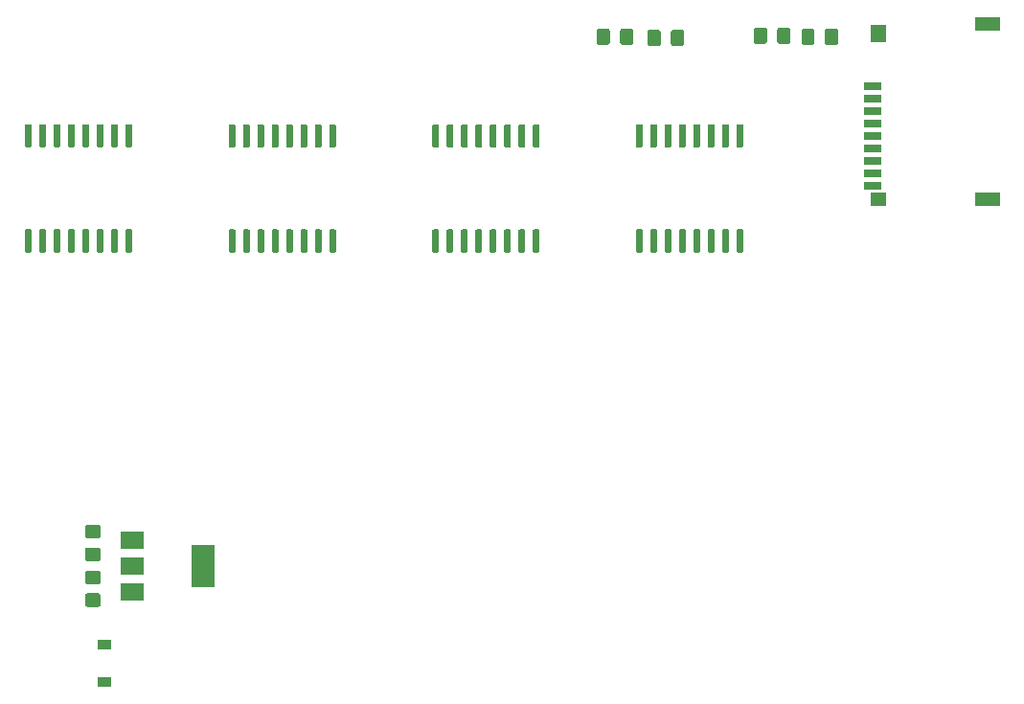
<source format=gbr>
G04 #@! TF.GenerationSoftware,KiCad,Pcbnew,5.1.5+dfsg1-2build2*
G04 #@! TF.CreationDate,2024-06-21T19:04:03+01:00*
G04 #@! TF.ProjectId,desktop_esc,6465736b-746f-4705-9f65-73632e6b6963,rev?*
G04 #@! TF.SameCoordinates,Original*
G04 #@! TF.FileFunction,Paste,Top*
G04 #@! TF.FilePolarity,Positive*
%FSLAX46Y46*%
G04 Gerber Fmt 4.6, Leading zero omitted, Abs format (unit mm)*
G04 Created by KiCad (PCBNEW 5.1.5+dfsg1-2build2) date 2024-06-21 19:04:03*
%MOMM*%
%LPD*%
G04 APERTURE LIST*
%ADD10C,0.100000*%
%ADD11R,1.600000X0.700000*%
%ADD12R,1.400000X1.200000*%
%ADD13R,1.400000X1.600000*%
%ADD14R,2.200000X1.200000*%
%ADD15R,2.000000X1.500000*%
%ADD16R,2.000000X3.800000*%
%ADD17R,1.200000X0.900000*%
G04 APERTURE END LIST*
D10*
G36*
X156724504Y-70876204D02*
G01*
X156748773Y-70879804D01*
X156772571Y-70885765D01*
X156795671Y-70894030D01*
X156817849Y-70904520D01*
X156838893Y-70917133D01*
X156858598Y-70931747D01*
X156876777Y-70948223D01*
X156893253Y-70966402D01*
X156907867Y-70986107D01*
X156920480Y-71007151D01*
X156930970Y-71029329D01*
X156939235Y-71052429D01*
X156945196Y-71076227D01*
X156948796Y-71100496D01*
X156950000Y-71125000D01*
X156950000Y-72075000D01*
X156948796Y-72099504D01*
X156945196Y-72123773D01*
X156939235Y-72147571D01*
X156930970Y-72170671D01*
X156920480Y-72192849D01*
X156907867Y-72213893D01*
X156893253Y-72233598D01*
X156876777Y-72251777D01*
X156858598Y-72268253D01*
X156838893Y-72282867D01*
X156817849Y-72295480D01*
X156795671Y-72305970D01*
X156772571Y-72314235D01*
X156748773Y-72320196D01*
X156724504Y-72323796D01*
X156700000Y-72325000D01*
X156025000Y-72325000D01*
X156000496Y-72323796D01*
X155976227Y-72320196D01*
X155952429Y-72314235D01*
X155929329Y-72305970D01*
X155907151Y-72295480D01*
X155886107Y-72282867D01*
X155866402Y-72268253D01*
X155848223Y-72251777D01*
X155831747Y-72233598D01*
X155817133Y-72213893D01*
X155804520Y-72192849D01*
X155794030Y-72170671D01*
X155785765Y-72147571D01*
X155779804Y-72123773D01*
X155776204Y-72099504D01*
X155775000Y-72075000D01*
X155775000Y-71125000D01*
X155776204Y-71100496D01*
X155779804Y-71076227D01*
X155785765Y-71052429D01*
X155794030Y-71029329D01*
X155804520Y-71007151D01*
X155817133Y-70986107D01*
X155831747Y-70966402D01*
X155848223Y-70948223D01*
X155866402Y-70931747D01*
X155886107Y-70917133D01*
X155907151Y-70904520D01*
X155929329Y-70894030D01*
X155952429Y-70885765D01*
X155976227Y-70879804D01*
X156000496Y-70876204D01*
X156025000Y-70875000D01*
X156700000Y-70875000D01*
X156724504Y-70876204D01*
G37*
G36*
X158799504Y-70876204D02*
G01*
X158823773Y-70879804D01*
X158847571Y-70885765D01*
X158870671Y-70894030D01*
X158892849Y-70904520D01*
X158913893Y-70917133D01*
X158933598Y-70931747D01*
X158951777Y-70948223D01*
X158968253Y-70966402D01*
X158982867Y-70986107D01*
X158995480Y-71007151D01*
X159005970Y-71029329D01*
X159014235Y-71052429D01*
X159020196Y-71076227D01*
X159023796Y-71100496D01*
X159025000Y-71125000D01*
X159025000Y-72075000D01*
X159023796Y-72099504D01*
X159020196Y-72123773D01*
X159014235Y-72147571D01*
X159005970Y-72170671D01*
X158995480Y-72192849D01*
X158982867Y-72213893D01*
X158968253Y-72233598D01*
X158951777Y-72251777D01*
X158933598Y-72268253D01*
X158913893Y-72282867D01*
X158892849Y-72295480D01*
X158870671Y-72305970D01*
X158847571Y-72314235D01*
X158823773Y-72320196D01*
X158799504Y-72323796D01*
X158775000Y-72325000D01*
X158100000Y-72325000D01*
X158075496Y-72323796D01*
X158051227Y-72320196D01*
X158027429Y-72314235D01*
X158004329Y-72305970D01*
X157982151Y-72295480D01*
X157961107Y-72282867D01*
X157941402Y-72268253D01*
X157923223Y-72251777D01*
X157906747Y-72233598D01*
X157892133Y-72213893D01*
X157879520Y-72192849D01*
X157869030Y-72170671D01*
X157860765Y-72147571D01*
X157854804Y-72123773D01*
X157851204Y-72099504D01*
X157850000Y-72075000D01*
X157850000Y-71125000D01*
X157851204Y-71100496D01*
X157854804Y-71076227D01*
X157860765Y-71052429D01*
X157869030Y-71029329D01*
X157879520Y-71007151D01*
X157892133Y-70986107D01*
X157906747Y-70966402D01*
X157923223Y-70948223D01*
X157941402Y-70931747D01*
X157961107Y-70917133D01*
X157982151Y-70904520D01*
X158004329Y-70894030D01*
X158027429Y-70885765D01*
X158051227Y-70879804D01*
X158075496Y-70876204D01*
X158100000Y-70875000D01*
X158775000Y-70875000D01*
X158799504Y-70876204D01*
G37*
G36*
X161224504Y-70976204D02*
G01*
X161248773Y-70979804D01*
X161272571Y-70985765D01*
X161295671Y-70994030D01*
X161317849Y-71004520D01*
X161338893Y-71017133D01*
X161358598Y-71031747D01*
X161376777Y-71048223D01*
X161393253Y-71066402D01*
X161407867Y-71086107D01*
X161420480Y-71107151D01*
X161430970Y-71129329D01*
X161439235Y-71152429D01*
X161445196Y-71176227D01*
X161448796Y-71200496D01*
X161450000Y-71225000D01*
X161450000Y-72175000D01*
X161448796Y-72199504D01*
X161445196Y-72223773D01*
X161439235Y-72247571D01*
X161430970Y-72270671D01*
X161420480Y-72292849D01*
X161407867Y-72313893D01*
X161393253Y-72333598D01*
X161376777Y-72351777D01*
X161358598Y-72368253D01*
X161338893Y-72382867D01*
X161317849Y-72395480D01*
X161295671Y-72405970D01*
X161272571Y-72414235D01*
X161248773Y-72420196D01*
X161224504Y-72423796D01*
X161200000Y-72425000D01*
X160525000Y-72425000D01*
X160500496Y-72423796D01*
X160476227Y-72420196D01*
X160452429Y-72414235D01*
X160429329Y-72405970D01*
X160407151Y-72395480D01*
X160386107Y-72382867D01*
X160366402Y-72368253D01*
X160348223Y-72351777D01*
X160331747Y-72333598D01*
X160317133Y-72313893D01*
X160304520Y-72292849D01*
X160294030Y-72270671D01*
X160285765Y-72247571D01*
X160279804Y-72223773D01*
X160276204Y-72199504D01*
X160275000Y-72175000D01*
X160275000Y-71225000D01*
X160276204Y-71200496D01*
X160279804Y-71176227D01*
X160285765Y-71152429D01*
X160294030Y-71129329D01*
X160304520Y-71107151D01*
X160317133Y-71086107D01*
X160331747Y-71066402D01*
X160348223Y-71048223D01*
X160366402Y-71031747D01*
X160386107Y-71017133D01*
X160407151Y-71004520D01*
X160429329Y-70994030D01*
X160452429Y-70985765D01*
X160476227Y-70979804D01*
X160500496Y-70976204D01*
X160525000Y-70975000D01*
X161200000Y-70975000D01*
X161224504Y-70976204D01*
G37*
G36*
X163299504Y-70976204D02*
G01*
X163323773Y-70979804D01*
X163347571Y-70985765D01*
X163370671Y-70994030D01*
X163392849Y-71004520D01*
X163413893Y-71017133D01*
X163433598Y-71031747D01*
X163451777Y-71048223D01*
X163468253Y-71066402D01*
X163482867Y-71086107D01*
X163495480Y-71107151D01*
X163505970Y-71129329D01*
X163514235Y-71152429D01*
X163520196Y-71176227D01*
X163523796Y-71200496D01*
X163525000Y-71225000D01*
X163525000Y-72175000D01*
X163523796Y-72199504D01*
X163520196Y-72223773D01*
X163514235Y-72247571D01*
X163505970Y-72270671D01*
X163495480Y-72292849D01*
X163482867Y-72313893D01*
X163468253Y-72333598D01*
X163451777Y-72351777D01*
X163433598Y-72368253D01*
X163413893Y-72382867D01*
X163392849Y-72395480D01*
X163370671Y-72405970D01*
X163347571Y-72414235D01*
X163323773Y-72420196D01*
X163299504Y-72423796D01*
X163275000Y-72425000D01*
X162600000Y-72425000D01*
X162575496Y-72423796D01*
X162551227Y-72420196D01*
X162527429Y-72414235D01*
X162504329Y-72405970D01*
X162482151Y-72395480D01*
X162461107Y-72382867D01*
X162441402Y-72368253D01*
X162423223Y-72351777D01*
X162406747Y-72333598D01*
X162392133Y-72313893D01*
X162379520Y-72292849D01*
X162369030Y-72270671D01*
X162360765Y-72247571D01*
X162354804Y-72223773D01*
X162351204Y-72199504D01*
X162350000Y-72175000D01*
X162350000Y-71225000D01*
X162351204Y-71200496D01*
X162354804Y-71176227D01*
X162360765Y-71152429D01*
X162369030Y-71129329D01*
X162379520Y-71107151D01*
X162392133Y-71086107D01*
X162406747Y-71066402D01*
X162423223Y-71048223D01*
X162441402Y-71031747D01*
X162461107Y-71017133D01*
X162482151Y-71004520D01*
X162504329Y-70994030D01*
X162527429Y-70985765D01*
X162551227Y-70979804D01*
X162575496Y-70976204D01*
X162600000Y-70975000D01*
X163275000Y-70975000D01*
X163299504Y-70976204D01*
G37*
G36*
X172699504Y-70776204D02*
G01*
X172723773Y-70779804D01*
X172747571Y-70785765D01*
X172770671Y-70794030D01*
X172792849Y-70804520D01*
X172813893Y-70817133D01*
X172833598Y-70831747D01*
X172851777Y-70848223D01*
X172868253Y-70866402D01*
X172882867Y-70886107D01*
X172895480Y-70907151D01*
X172905970Y-70929329D01*
X172914235Y-70952429D01*
X172920196Y-70976227D01*
X172923796Y-71000496D01*
X172925000Y-71025000D01*
X172925000Y-71975000D01*
X172923796Y-71999504D01*
X172920196Y-72023773D01*
X172914235Y-72047571D01*
X172905970Y-72070671D01*
X172895480Y-72092849D01*
X172882867Y-72113893D01*
X172868253Y-72133598D01*
X172851777Y-72151777D01*
X172833598Y-72168253D01*
X172813893Y-72182867D01*
X172792849Y-72195480D01*
X172770671Y-72205970D01*
X172747571Y-72214235D01*
X172723773Y-72220196D01*
X172699504Y-72223796D01*
X172675000Y-72225000D01*
X172000000Y-72225000D01*
X171975496Y-72223796D01*
X171951227Y-72220196D01*
X171927429Y-72214235D01*
X171904329Y-72205970D01*
X171882151Y-72195480D01*
X171861107Y-72182867D01*
X171841402Y-72168253D01*
X171823223Y-72151777D01*
X171806747Y-72133598D01*
X171792133Y-72113893D01*
X171779520Y-72092849D01*
X171769030Y-72070671D01*
X171760765Y-72047571D01*
X171754804Y-72023773D01*
X171751204Y-71999504D01*
X171750000Y-71975000D01*
X171750000Y-71025000D01*
X171751204Y-71000496D01*
X171754804Y-70976227D01*
X171760765Y-70952429D01*
X171769030Y-70929329D01*
X171779520Y-70907151D01*
X171792133Y-70886107D01*
X171806747Y-70866402D01*
X171823223Y-70848223D01*
X171841402Y-70831747D01*
X171861107Y-70817133D01*
X171882151Y-70804520D01*
X171904329Y-70794030D01*
X171927429Y-70785765D01*
X171951227Y-70779804D01*
X171975496Y-70776204D01*
X172000000Y-70775000D01*
X172675000Y-70775000D01*
X172699504Y-70776204D01*
G37*
G36*
X170624504Y-70776204D02*
G01*
X170648773Y-70779804D01*
X170672571Y-70785765D01*
X170695671Y-70794030D01*
X170717849Y-70804520D01*
X170738893Y-70817133D01*
X170758598Y-70831747D01*
X170776777Y-70848223D01*
X170793253Y-70866402D01*
X170807867Y-70886107D01*
X170820480Y-70907151D01*
X170830970Y-70929329D01*
X170839235Y-70952429D01*
X170845196Y-70976227D01*
X170848796Y-71000496D01*
X170850000Y-71025000D01*
X170850000Y-71975000D01*
X170848796Y-71999504D01*
X170845196Y-72023773D01*
X170839235Y-72047571D01*
X170830970Y-72070671D01*
X170820480Y-72092849D01*
X170807867Y-72113893D01*
X170793253Y-72133598D01*
X170776777Y-72151777D01*
X170758598Y-72168253D01*
X170738893Y-72182867D01*
X170717849Y-72195480D01*
X170695671Y-72205970D01*
X170672571Y-72214235D01*
X170648773Y-72220196D01*
X170624504Y-72223796D01*
X170600000Y-72225000D01*
X169925000Y-72225000D01*
X169900496Y-72223796D01*
X169876227Y-72220196D01*
X169852429Y-72214235D01*
X169829329Y-72205970D01*
X169807151Y-72195480D01*
X169786107Y-72182867D01*
X169766402Y-72168253D01*
X169748223Y-72151777D01*
X169731747Y-72133598D01*
X169717133Y-72113893D01*
X169704520Y-72092849D01*
X169694030Y-72070671D01*
X169685765Y-72047571D01*
X169679804Y-72023773D01*
X169676204Y-71999504D01*
X169675000Y-71975000D01*
X169675000Y-71025000D01*
X169676204Y-71000496D01*
X169679804Y-70976227D01*
X169685765Y-70952429D01*
X169694030Y-70929329D01*
X169704520Y-70907151D01*
X169717133Y-70886107D01*
X169731747Y-70866402D01*
X169748223Y-70848223D01*
X169766402Y-70831747D01*
X169786107Y-70817133D01*
X169807151Y-70804520D01*
X169829329Y-70794030D01*
X169852429Y-70785765D01*
X169876227Y-70779804D01*
X169900496Y-70776204D01*
X169925000Y-70775000D01*
X170600000Y-70775000D01*
X170624504Y-70776204D01*
G37*
G36*
X174824504Y-70876204D02*
G01*
X174848773Y-70879804D01*
X174872571Y-70885765D01*
X174895671Y-70894030D01*
X174917849Y-70904520D01*
X174938893Y-70917133D01*
X174958598Y-70931747D01*
X174976777Y-70948223D01*
X174993253Y-70966402D01*
X175007867Y-70986107D01*
X175020480Y-71007151D01*
X175030970Y-71029329D01*
X175039235Y-71052429D01*
X175045196Y-71076227D01*
X175048796Y-71100496D01*
X175050000Y-71125000D01*
X175050000Y-72075000D01*
X175048796Y-72099504D01*
X175045196Y-72123773D01*
X175039235Y-72147571D01*
X175030970Y-72170671D01*
X175020480Y-72192849D01*
X175007867Y-72213893D01*
X174993253Y-72233598D01*
X174976777Y-72251777D01*
X174958598Y-72268253D01*
X174938893Y-72282867D01*
X174917849Y-72295480D01*
X174895671Y-72305970D01*
X174872571Y-72314235D01*
X174848773Y-72320196D01*
X174824504Y-72323796D01*
X174800000Y-72325000D01*
X174125000Y-72325000D01*
X174100496Y-72323796D01*
X174076227Y-72320196D01*
X174052429Y-72314235D01*
X174029329Y-72305970D01*
X174007151Y-72295480D01*
X173986107Y-72282867D01*
X173966402Y-72268253D01*
X173948223Y-72251777D01*
X173931747Y-72233598D01*
X173917133Y-72213893D01*
X173904520Y-72192849D01*
X173894030Y-72170671D01*
X173885765Y-72147571D01*
X173879804Y-72123773D01*
X173876204Y-72099504D01*
X173875000Y-72075000D01*
X173875000Y-71125000D01*
X173876204Y-71100496D01*
X173879804Y-71076227D01*
X173885765Y-71052429D01*
X173894030Y-71029329D01*
X173904520Y-71007151D01*
X173917133Y-70986107D01*
X173931747Y-70966402D01*
X173948223Y-70948223D01*
X173966402Y-70931747D01*
X173986107Y-70917133D01*
X174007151Y-70904520D01*
X174029329Y-70894030D01*
X174052429Y-70885765D01*
X174076227Y-70879804D01*
X174100496Y-70876204D01*
X174125000Y-70875000D01*
X174800000Y-70875000D01*
X174824504Y-70876204D01*
G37*
G36*
X176899504Y-70876204D02*
G01*
X176923773Y-70879804D01*
X176947571Y-70885765D01*
X176970671Y-70894030D01*
X176992849Y-70904520D01*
X177013893Y-70917133D01*
X177033598Y-70931747D01*
X177051777Y-70948223D01*
X177068253Y-70966402D01*
X177082867Y-70986107D01*
X177095480Y-71007151D01*
X177105970Y-71029329D01*
X177114235Y-71052429D01*
X177120196Y-71076227D01*
X177123796Y-71100496D01*
X177125000Y-71125000D01*
X177125000Y-72075000D01*
X177123796Y-72099504D01*
X177120196Y-72123773D01*
X177114235Y-72147571D01*
X177105970Y-72170671D01*
X177095480Y-72192849D01*
X177082867Y-72213893D01*
X177068253Y-72233598D01*
X177051777Y-72251777D01*
X177033598Y-72268253D01*
X177013893Y-72282867D01*
X176992849Y-72295480D01*
X176970671Y-72305970D01*
X176947571Y-72314235D01*
X176923773Y-72320196D01*
X176899504Y-72323796D01*
X176875000Y-72325000D01*
X176200000Y-72325000D01*
X176175496Y-72323796D01*
X176151227Y-72320196D01*
X176127429Y-72314235D01*
X176104329Y-72305970D01*
X176082151Y-72295480D01*
X176061107Y-72282867D01*
X176041402Y-72268253D01*
X176023223Y-72251777D01*
X176006747Y-72233598D01*
X175992133Y-72213893D01*
X175979520Y-72192849D01*
X175969030Y-72170671D01*
X175960765Y-72147571D01*
X175954804Y-72123773D01*
X175951204Y-72099504D01*
X175950000Y-72075000D01*
X175950000Y-71125000D01*
X175951204Y-71100496D01*
X175954804Y-71076227D01*
X175960765Y-71052429D01*
X175969030Y-71029329D01*
X175979520Y-71007151D01*
X175992133Y-70986107D01*
X176006747Y-70966402D01*
X176023223Y-70948223D01*
X176041402Y-70931747D01*
X176061107Y-70917133D01*
X176082151Y-70904520D01*
X176104329Y-70894030D01*
X176127429Y-70885765D01*
X176151227Y-70879804D01*
X176175496Y-70876204D01*
X176200000Y-70875000D01*
X176875000Y-70875000D01*
X176899504Y-70876204D01*
G37*
G36*
X159719703Y-79325722D02*
G01*
X159734264Y-79327882D01*
X159748543Y-79331459D01*
X159762403Y-79336418D01*
X159775710Y-79342712D01*
X159788336Y-79350280D01*
X159800159Y-79359048D01*
X159811066Y-79368934D01*
X159820952Y-79379841D01*
X159829720Y-79391664D01*
X159837288Y-79404290D01*
X159843582Y-79417597D01*
X159848541Y-79431457D01*
X159852118Y-79445736D01*
X159854278Y-79460297D01*
X159855000Y-79475000D01*
X159855000Y-81225000D01*
X159854278Y-81239703D01*
X159852118Y-81254264D01*
X159848541Y-81268543D01*
X159843582Y-81282403D01*
X159837288Y-81295710D01*
X159829720Y-81308336D01*
X159820952Y-81320159D01*
X159811066Y-81331066D01*
X159800159Y-81340952D01*
X159788336Y-81349720D01*
X159775710Y-81357288D01*
X159762403Y-81363582D01*
X159748543Y-81368541D01*
X159734264Y-81372118D01*
X159719703Y-81374278D01*
X159705000Y-81375000D01*
X159405000Y-81375000D01*
X159390297Y-81374278D01*
X159375736Y-81372118D01*
X159361457Y-81368541D01*
X159347597Y-81363582D01*
X159334290Y-81357288D01*
X159321664Y-81349720D01*
X159309841Y-81340952D01*
X159298934Y-81331066D01*
X159289048Y-81320159D01*
X159280280Y-81308336D01*
X159272712Y-81295710D01*
X159266418Y-81282403D01*
X159261459Y-81268543D01*
X159257882Y-81254264D01*
X159255722Y-81239703D01*
X159255000Y-81225000D01*
X159255000Y-79475000D01*
X159255722Y-79460297D01*
X159257882Y-79445736D01*
X159261459Y-79431457D01*
X159266418Y-79417597D01*
X159272712Y-79404290D01*
X159280280Y-79391664D01*
X159289048Y-79379841D01*
X159298934Y-79368934D01*
X159309841Y-79359048D01*
X159321664Y-79350280D01*
X159334290Y-79342712D01*
X159347597Y-79336418D01*
X159361457Y-79331459D01*
X159375736Y-79327882D01*
X159390297Y-79325722D01*
X159405000Y-79325000D01*
X159705000Y-79325000D01*
X159719703Y-79325722D01*
G37*
G36*
X160989703Y-79325722D02*
G01*
X161004264Y-79327882D01*
X161018543Y-79331459D01*
X161032403Y-79336418D01*
X161045710Y-79342712D01*
X161058336Y-79350280D01*
X161070159Y-79359048D01*
X161081066Y-79368934D01*
X161090952Y-79379841D01*
X161099720Y-79391664D01*
X161107288Y-79404290D01*
X161113582Y-79417597D01*
X161118541Y-79431457D01*
X161122118Y-79445736D01*
X161124278Y-79460297D01*
X161125000Y-79475000D01*
X161125000Y-81225000D01*
X161124278Y-81239703D01*
X161122118Y-81254264D01*
X161118541Y-81268543D01*
X161113582Y-81282403D01*
X161107288Y-81295710D01*
X161099720Y-81308336D01*
X161090952Y-81320159D01*
X161081066Y-81331066D01*
X161070159Y-81340952D01*
X161058336Y-81349720D01*
X161045710Y-81357288D01*
X161032403Y-81363582D01*
X161018543Y-81368541D01*
X161004264Y-81372118D01*
X160989703Y-81374278D01*
X160975000Y-81375000D01*
X160675000Y-81375000D01*
X160660297Y-81374278D01*
X160645736Y-81372118D01*
X160631457Y-81368541D01*
X160617597Y-81363582D01*
X160604290Y-81357288D01*
X160591664Y-81349720D01*
X160579841Y-81340952D01*
X160568934Y-81331066D01*
X160559048Y-81320159D01*
X160550280Y-81308336D01*
X160542712Y-81295710D01*
X160536418Y-81282403D01*
X160531459Y-81268543D01*
X160527882Y-81254264D01*
X160525722Y-81239703D01*
X160525000Y-81225000D01*
X160525000Y-79475000D01*
X160525722Y-79460297D01*
X160527882Y-79445736D01*
X160531459Y-79431457D01*
X160536418Y-79417597D01*
X160542712Y-79404290D01*
X160550280Y-79391664D01*
X160559048Y-79379841D01*
X160568934Y-79368934D01*
X160579841Y-79359048D01*
X160591664Y-79350280D01*
X160604290Y-79342712D01*
X160617597Y-79336418D01*
X160631457Y-79331459D01*
X160645736Y-79327882D01*
X160660297Y-79325722D01*
X160675000Y-79325000D01*
X160975000Y-79325000D01*
X160989703Y-79325722D01*
G37*
G36*
X162259703Y-79325722D02*
G01*
X162274264Y-79327882D01*
X162288543Y-79331459D01*
X162302403Y-79336418D01*
X162315710Y-79342712D01*
X162328336Y-79350280D01*
X162340159Y-79359048D01*
X162351066Y-79368934D01*
X162360952Y-79379841D01*
X162369720Y-79391664D01*
X162377288Y-79404290D01*
X162383582Y-79417597D01*
X162388541Y-79431457D01*
X162392118Y-79445736D01*
X162394278Y-79460297D01*
X162395000Y-79475000D01*
X162395000Y-81225000D01*
X162394278Y-81239703D01*
X162392118Y-81254264D01*
X162388541Y-81268543D01*
X162383582Y-81282403D01*
X162377288Y-81295710D01*
X162369720Y-81308336D01*
X162360952Y-81320159D01*
X162351066Y-81331066D01*
X162340159Y-81340952D01*
X162328336Y-81349720D01*
X162315710Y-81357288D01*
X162302403Y-81363582D01*
X162288543Y-81368541D01*
X162274264Y-81372118D01*
X162259703Y-81374278D01*
X162245000Y-81375000D01*
X161945000Y-81375000D01*
X161930297Y-81374278D01*
X161915736Y-81372118D01*
X161901457Y-81368541D01*
X161887597Y-81363582D01*
X161874290Y-81357288D01*
X161861664Y-81349720D01*
X161849841Y-81340952D01*
X161838934Y-81331066D01*
X161829048Y-81320159D01*
X161820280Y-81308336D01*
X161812712Y-81295710D01*
X161806418Y-81282403D01*
X161801459Y-81268543D01*
X161797882Y-81254264D01*
X161795722Y-81239703D01*
X161795000Y-81225000D01*
X161795000Y-79475000D01*
X161795722Y-79460297D01*
X161797882Y-79445736D01*
X161801459Y-79431457D01*
X161806418Y-79417597D01*
X161812712Y-79404290D01*
X161820280Y-79391664D01*
X161829048Y-79379841D01*
X161838934Y-79368934D01*
X161849841Y-79359048D01*
X161861664Y-79350280D01*
X161874290Y-79342712D01*
X161887597Y-79336418D01*
X161901457Y-79331459D01*
X161915736Y-79327882D01*
X161930297Y-79325722D01*
X161945000Y-79325000D01*
X162245000Y-79325000D01*
X162259703Y-79325722D01*
G37*
G36*
X163529703Y-79325722D02*
G01*
X163544264Y-79327882D01*
X163558543Y-79331459D01*
X163572403Y-79336418D01*
X163585710Y-79342712D01*
X163598336Y-79350280D01*
X163610159Y-79359048D01*
X163621066Y-79368934D01*
X163630952Y-79379841D01*
X163639720Y-79391664D01*
X163647288Y-79404290D01*
X163653582Y-79417597D01*
X163658541Y-79431457D01*
X163662118Y-79445736D01*
X163664278Y-79460297D01*
X163665000Y-79475000D01*
X163665000Y-81225000D01*
X163664278Y-81239703D01*
X163662118Y-81254264D01*
X163658541Y-81268543D01*
X163653582Y-81282403D01*
X163647288Y-81295710D01*
X163639720Y-81308336D01*
X163630952Y-81320159D01*
X163621066Y-81331066D01*
X163610159Y-81340952D01*
X163598336Y-81349720D01*
X163585710Y-81357288D01*
X163572403Y-81363582D01*
X163558543Y-81368541D01*
X163544264Y-81372118D01*
X163529703Y-81374278D01*
X163515000Y-81375000D01*
X163215000Y-81375000D01*
X163200297Y-81374278D01*
X163185736Y-81372118D01*
X163171457Y-81368541D01*
X163157597Y-81363582D01*
X163144290Y-81357288D01*
X163131664Y-81349720D01*
X163119841Y-81340952D01*
X163108934Y-81331066D01*
X163099048Y-81320159D01*
X163090280Y-81308336D01*
X163082712Y-81295710D01*
X163076418Y-81282403D01*
X163071459Y-81268543D01*
X163067882Y-81254264D01*
X163065722Y-81239703D01*
X163065000Y-81225000D01*
X163065000Y-79475000D01*
X163065722Y-79460297D01*
X163067882Y-79445736D01*
X163071459Y-79431457D01*
X163076418Y-79417597D01*
X163082712Y-79404290D01*
X163090280Y-79391664D01*
X163099048Y-79379841D01*
X163108934Y-79368934D01*
X163119841Y-79359048D01*
X163131664Y-79350280D01*
X163144290Y-79342712D01*
X163157597Y-79336418D01*
X163171457Y-79331459D01*
X163185736Y-79327882D01*
X163200297Y-79325722D01*
X163215000Y-79325000D01*
X163515000Y-79325000D01*
X163529703Y-79325722D01*
G37*
G36*
X164799703Y-79325722D02*
G01*
X164814264Y-79327882D01*
X164828543Y-79331459D01*
X164842403Y-79336418D01*
X164855710Y-79342712D01*
X164868336Y-79350280D01*
X164880159Y-79359048D01*
X164891066Y-79368934D01*
X164900952Y-79379841D01*
X164909720Y-79391664D01*
X164917288Y-79404290D01*
X164923582Y-79417597D01*
X164928541Y-79431457D01*
X164932118Y-79445736D01*
X164934278Y-79460297D01*
X164935000Y-79475000D01*
X164935000Y-81225000D01*
X164934278Y-81239703D01*
X164932118Y-81254264D01*
X164928541Y-81268543D01*
X164923582Y-81282403D01*
X164917288Y-81295710D01*
X164909720Y-81308336D01*
X164900952Y-81320159D01*
X164891066Y-81331066D01*
X164880159Y-81340952D01*
X164868336Y-81349720D01*
X164855710Y-81357288D01*
X164842403Y-81363582D01*
X164828543Y-81368541D01*
X164814264Y-81372118D01*
X164799703Y-81374278D01*
X164785000Y-81375000D01*
X164485000Y-81375000D01*
X164470297Y-81374278D01*
X164455736Y-81372118D01*
X164441457Y-81368541D01*
X164427597Y-81363582D01*
X164414290Y-81357288D01*
X164401664Y-81349720D01*
X164389841Y-81340952D01*
X164378934Y-81331066D01*
X164369048Y-81320159D01*
X164360280Y-81308336D01*
X164352712Y-81295710D01*
X164346418Y-81282403D01*
X164341459Y-81268543D01*
X164337882Y-81254264D01*
X164335722Y-81239703D01*
X164335000Y-81225000D01*
X164335000Y-79475000D01*
X164335722Y-79460297D01*
X164337882Y-79445736D01*
X164341459Y-79431457D01*
X164346418Y-79417597D01*
X164352712Y-79404290D01*
X164360280Y-79391664D01*
X164369048Y-79379841D01*
X164378934Y-79368934D01*
X164389841Y-79359048D01*
X164401664Y-79350280D01*
X164414290Y-79342712D01*
X164427597Y-79336418D01*
X164441457Y-79331459D01*
X164455736Y-79327882D01*
X164470297Y-79325722D01*
X164485000Y-79325000D01*
X164785000Y-79325000D01*
X164799703Y-79325722D01*
G37*
G36*
X166069703Y-79325722D02*
G01*
X166084264Y-79327882D01*
X166098543Y-79331459D01*
X166112403Y-79336418D01*
X166125710Y-79342712D01*
X166138336Y-79350280D01*
X166150159Y-79359048D01*
X166161066Y-79368934D01*
X166170952Y-79379841D01*
X166179720Y-79391664D01*
X166187288Y-79404290D01*
X166193582Y-79417597D01*
X166198541Y-79431457D01*
X166202118Y-79445736D01*
X166204278Y-79460297D01*
X166205000Y-79475000D01*
X166205000Y-81225000D01*
X166204278Y-81239703D01*
X166202118Y-81254264D01*
X166198541Y-81268543D01*
X166193582Y-81282403D01*
X166187288Y-81295710D01*
X166179720Y-81308336D01*
X166170952Y-81320159D01*
X166161066Y-81331066D01*
X166150159Y-81340952D01*
X166138336Y-81349720D01*
X166125710Y-81357288D01*
X166112403Y-81363582D01*
X166098543Y-81368541D01*
X166084264Y-81372118D01*
X166069703Y-81374278D01*
X166055000Y-81375000D01*
X165755000Y-81375000D01*
X165740297Y-81374278D01*
X165725736Y-81372118D01*
X165711457Y-81368541D01*
X165697597Y-81363582D01*
X165684290Y-81357288D01*
X165671664Y-81349720D01*
X165659841Y-81340952D01*
X165648934Y-81331066D01*
X165639048Y-81320159D01*
X165630280Y-81308336D01*
X165622712Y-81295710D01*
X165616418Y-81282403D01*
X165611459Y-81268543D01*
X165607882Y-81254264D01*
X165605722Y-81239703D01*
X165605000Y-81225000D01*
X165605000Y-79475000D01*
X165605722Y-79460297D01*
X165607882Y-79445736D01*
X165611459Y-79431457D01*
X165616418Y-79417597D01*
X165622712Y-79404290D01*
X165630280Y-79391664D01*
X165639048Y-79379841D01*
X165648934Y-79368934D01*
X165659841Y-79359048D01*
X165671664Y-79350280D01*
X165684290Y-79342712D01*
X165697597Y-79336418D01*
X165711457Y-79331459D01*
X165725736Y-79327882D01*
X165740297Y-79325722D01*
X165755000Y-79325000D01*
X166055000Y-79325000D01*
X166069703Y-79325722D01*
G37*
G36*
X167339703Y-79325722D02*
G01*
X167354264Y-79327882D01*
X167368543Y-79331459D01*
X167382403Y-79336418D01*
X167395710Y-79342712D01*
X167408336Y-79350280D01*
X167420159Y-79359048D01*
X167431066Y-79368934D01*
X167440952Y-79379841D01*
X167449720Y-79391664D01*
X167457288Y-79404290D01*
X167463582Y-79417597D01*
X167468541Y-79431457D01*
X167472118Y-79445736D01*
X167474278Y-79460297D01*
X167475000Y-79475000D01*
X167475000Y-81225000D01*
X167474278Y-81239703D01*
X167472118Y-81254264D01*
X167468541Y-81268543D01*
X167463582Y-81282403D01*
X167457288Y-81295710D01*
X167449720Y-81308336D01*
X167440952Y-81320159D01*
X167431066Y-81331066D01*
X167420159Y-81340952D01*
X167408336Y-81349720D01*
X167395710Y-81357288D01*
X167382403Y-81363582D01*
X167368543Y-81368541D01*
X167354264Y-81372118D01*
X167339703Y-81374278D01*
X167325000Y-81375000D01*
X167025000Y-81375000D01*
X167010297Y-81374278D01*
X166995736Y-81372118D01*
X166981457Y-81368541D01*
X166967597Y-81363582D01*
X166954290Y-81357288D01*
X166941664Y-81349720D01*
X166929841Y-81340952D01*
X166918934Y-81331066D01*
X166909048Y-81320159D01*
X166900280Y-81308336D01*
X166892712Y-81295710D01*
X166886418Y-81282403D01*
X166881459Y-81268543D01*
X166877882Y-81254264D01*
X166875722Y-81239703D01*
X166875000Y-81225000D01*
X166875000Y-79475000D01*
X166875722Y-79460297D01*
X166877882Y-79445736D01*
X166881459Y-79431457D01*
X166886418Y-79417597D01*
X166892712Y-79404290D01*
X166900280Y-79391664D01*
X166909048Y-79379841D01*
X166918934Y-79368934D01*
X166929841Y-79359048D01*
X166941664Y-79350280D01*
X166954290Y-79342712D01*
X166967597Y-79336418D01*
X166981457Y-79331459D01*
X166995736Y-79327882D01*
X167010297Y-79325722D01*
X167025000Y-79325000D01*
X167325000Y-79325000D01*
X167339703Y-79325722D01*
G37*
G36*
X168609703Y-79325722D02*
G01*
X168624264Y-79327882D01*
X168638543Y-79331459D01*
X168652403Y-79336418D01*
X168665710Y-79342712D01*
X168678336Y-79350280D01*
X168690159Y-79359048D01*
X168701066Y-79368934D01*
X168710952Y-79379841D01*
X168719720Y-79391664D01*
X168727288Y-79404290D01*
X168733582Y-79417597D01*
X168738541Y-79431457D01*
X168742118Y-79445736D01*
X168744278Y-79460297D01*
X168745000Y-79475000D01*
X168745000Y-81225000D01*
X168744278Y-81239703D01*
X168742118Y-81254264D01*
X168738541Y-81268543D01*
X168733582Y-81282403D01*
X168727288Y-81295710D01*
X168719720Y-81308336D01*
X168710952Y-81320159D01*
X168701066Y-81331066D01*
X168690159Y-81340952D01*
X168678336Y-81349720D01*
X168665710Y-81357288D01*
X168652403Y-81363582D01*
X168638543Y-81368541D01*
X168624264Y-81372118D01*
X168609703Y-81374278D01*
X168595000Y-81375000D01*
X168295000Y-81375000D01*
X168280297Y-81374278D01*
X168265736Y-81372118D01*
X168251457Y-81368541D01*
X168237597Y-81363582D01*
X168224290Y-81357288D01*
X168211664Y-81349720D01*
X168199841Y-81340952D01*
X168188934Y-81331066D01*
X168179048Y-81320159D01*
X168170280Y-81308336D01*
X168162712Y-81295710D01*
X168156418Y-81282403D01*
X168151459Y-81268543D01*
X168147882Y-81254264D01*
X168145722Y-81239703D01*
X168145000Y-81225000D01*
X168145000Y-79475000D01*
X168145722Y-79460297D01*
X168147882Y-79445736D01*
X168151459Y-79431457D01*
X168156418Y-79417597D01*
X168162712Y-79404290D01*
X168170280Y-79391664D01*
X168179048Y-79379841D01*
X168188934Y-79368934D01*
X168199841Y-79359048D01*
X168211664Y-79350280D01*
X168224290Y-79342712D01*
X168237597Y-79336418D01*
X168251457Y-79331459D01*
X168265736Y-79327882D01*
X168280297Y-79325722D01*
X168295000Y-79325000D01*
X168595000Y-79325000D01*
X168609703Y-79325722D01*
G37*
G36*
X168609703Y-88625722D02*
G01*
X168624264Y-88627882D01*
X168638543Y-88631459D01*
X168652403Y-88636418D01*
X168665710Y-88642712D01*
X168678336Y-88650280D01*
X168690159Y-88659048D01*
X168701066Y-88668934D01*
X168710952Y-88679841D01*
X168719720Y-88691664D01*
X168727288Y-88704290D01*
X168733582Y-88717597D01*
X168738541Y-88731457D01*
X168742118Y-88745736D01*
X168744278Y-88760297D01*
X168745000Y-88775000D01*
X168745000Y-90525000D01*
X168744278Y-90539703D01*
X168742118Y-90554264D01*
X168738541Y-90568543D01*
X168733582Y-90582403D01*
X168727288Y-90595710D01*
X168719720Y-90608336D01*
X168710952Y-90620159D01*
X168701066Y-90631066D01*
X168690159Y-90640952D01*
X168678336Y-90649720D01*
X168665710Y-90657288D01*
X168652403Y-90663582D01*
X168638543Y-90668541D01*
X168624264Y-90672118D01*
X168609703Y-90674278D01*
X168595000Y-90675000D01*
X168295000Y-90675000D01*
X168280297Y-90674278D01*
X168265736Y-90672118D01*
X168251457Y-90668541D01*
X168237597Y-90663582D01*
X168224290Y-90657288D01*
X168211664Y-90649720D01*
X168199841Y-90640952D01*
X168188934Y-90631066D01*
X168179048Y-90620159D01*
X168170280Y-90608336D01*
X168162712Y-90595710D01*
X168156418Y-90582403D01*
X168151459Y-90568543D01*
X168147882Y-90554264D01*
X168145722Y-90539703D01*
X168145000Y-90525000D01*
X168145000Y-88775000D01*
X168145722Y-88760297D01*
X168147882Y-88745736D01*
X168151459Y-88731457D01*
X168156418Y-88717597D01*
X168162712Y-88704290D01*
X168170280Y-88691664D01*
X168179048Y-88679841D01*
X168188934Y-88668934D01*
X168199841Y-88659048D01*
X168211664Y-88650280D01*
X168224290Y-88642712D01*
X168237597Y-88636418D01*
X168251457Y-88631459D01*
X168265736Y-88627882D01*
X168280297Y-88625722D01*
X168295000Y-88625000D01*
X168595000Y-88625000D01*
X168609703Y-88625722D01*
G37*
G36*
X167339703Y-88625722D02*
G01*
X167354264Y-88627882D01*
X167368543Y-88631459D01*
X167382403Y-88636418D01*
X167395710Y-88642712D01*
X167408336Y-88650280D01*
X167420159Y-88659048D01*
X167431066Y-88668934D01*
X167440952Y-88679841D01*
X167449720Y-88691664D01*
X167457288Y-88704290D01*
X167463582Y-88717597D01*
X167468541Y-88731457D01*
X167472118Y-88745736D01*
X167474278Y-88760297D01*
X167475000Y-88775000D01*
X167475000Y-90525000D01*
X167474278Y-90539703D01*
X167472118Y-90554264D01*
X167468541Y-90568543D01*
X167463582Y-90582403D01*
X167457288Y-90595710D01*
X167449720Y-90608336D01*
X167440952Y-90620159D01*
X167431066Y-90631066D01*
X167420159Y-90640952D01*
X167408336Y-90649720D01*
X167395710Y-90657288D01*
X167382403Y-90663582D01*
X167368543Y-90668541D01*
X167354264Y-90672118D01*
X167339703Y-90674278D01*
X167325000Y-90675000D01*
X167025000Y-90675000D01*
X167010297Y-90674278D01*
X166995736Y-90672118D01*
X166981457Y-90668541D01*
X166967597Y-90663582D01*
X166954290Y-90657288D01*
X166941664Y-90649720D01*
X166929841Y-90640952D01*
X166918934Y-90631066D01*
X166909048Y-90620159D01*
X166900280Y-90608336D01*
X166892712Y-90595710D01*
X166886418Y-90582403D01*
X166881459Y-90568543D01*
X166877882Y-90554264D01*
X166875722Y-90539703D01*
X166875000Y-90525000D01*
X166875000Y-88775000D01*
X166875722Y-88760297D01*
X166877882Y-88745736D01*
X166881459Y-88731457D01*
X166886418Y-88717597D01*
X166892712Y-88704290D01*
X166900280Y-88691664D01*
X166909048Y-88679841D01*
X166918934Y-88668934D01*
X166929841Y-88659048D01*
X166941664Y-88650280D01*
X166954290Y-88642712D01*
X166967597Y-88636418D01*
X166981457Y-88631459D01*
X166995736Y-88627882D01*
X167010297Y-88625722D01*
X167025000Y-88625000D01*
X167325000Y-88625000D01*
X167339703Y-88625722D01*
G37*
G36*
X166069703Y-88625722D02*
G01*
X166084264Y-88627882D01*
X166098543Y-88631459D01*
X166112403Y-88636418D01*
X166125710Y-88642712D01*
X166138336Y-88650280D01*
X166150159Y-88659048D01*
X166161066Y-88668934D01*
X166170952Y-88679841D01*
X166179720Y-88691664D01*
X166187288Y-88704290D01*
X166193582Y-88717597D01*
X166198541Y-88731457D01*
X166202118Y-88745736D01*
X166204278Y-88760297D01*
X166205000Y-88775000D01*
X166205000Y-90525000D01*
X166204278Y-90539703D01*
X166202118Y-90554264D01*
X166198541Y-90568543D01*
X166193582Y-90582403D01*
X166187288Y-90595710D01*
X166179720Y-90608336D01*
X166170952Y-90620159D01*
X166161066Y-90631066D01*
X166150159Y-90640952D01*
X166138336Y-90649720D01*
X166125710Y-90657288D01*
X166112403Y-90663582D01*
X166098543Y-90668541D01*
X166084264Y-90672118D01*
X166069703Y-90674278D01*
X166055000Y-90675000D01*
X165755000Y-90675000D01*
X165740297Y-90674278D01*
X165725736Y-90672118D01*
X165711457Y-90668541D01*
X165697597Y-90663582D01*
X165684290Y-90657288D01*
X165671664Y-90649720D01*
X165659841Y-90640952D01*
X165648934Y-90631066D01*
X165639048Y-90620159D01*
X165630280Y-90608336D01*
X165622712Y-90595710D01*
X165616418Y-90582403D01*
X165611459Y-90568543D01*
X165607882Y-90554264D01*
X165605722Y-90539703D01*
X165605000Y-90525000D01*
X165605000Y-88775000D01*
X165605722Y-88760297D01*
X165607882Y-88745736D01*
X165611459Y-88731457D01*
X165616418Y-88717597D01*
X165622712Y-88704290D01*
X165630280Y-88691664D01*
X165639048Y-88679841D01*
X165648934Y-88668934D01*
X165659841Y-88659048D01*
X165671664Y-88650280D01*
X165684290Y-88642712D01*
X165697597Y-88636418D01*
X165711457Y-88631459D01*
X165725736Y-88627882D01*
X165740297Y-88625722D01*
X165755000Y-88625000D01*
X166055000Y-88625000D01*
X166069703Y-88625722D01*
G37*
G36*
X164799703Y-88625722D02*
G01*
X164814264Y-88627882D01*
X164828543Y-88631459D01*
X164842403Y-88636418D01*
X164855710Y-88642712D01*
X164868336Y-88650280D01*
X164880159Y-88659048D01*
X164891066Y-88668934D01*
X164900952Y-88679841D01*
X164909720Y-88691664D01*
X164917288Y-88704290D01*
X164923582Y-88717597D01*
X164928541Y-88731457D01*
X164932118Y-88745736D01*
X164934278Y-88760297D01*
X164935000Y-88775000D01*
X164935000Y-90525000D01*
X164934278Y-90539703D01*
X164932118Y-90554264D01*
X164928541Y-90568543D01*
X164923582Y-90582403D01*
X164917288Y-90595710D01*
X164909720Y-90608336D01*
X164900952Y-90620159D01*
X164891066Y-90631066D01*
X164880159Y-90640952D01*
X164868336Y-90649720D01*
X164855710Y-90657288D01*
X164842403Y-90663582D01*
X164828543Y-90668541D01*
X164814264Y-90672118D01*
X164799703Y-90674278D01*
X164785000Y-90675000D01*
X164485000Y-90675000D01*
X164470297Y-90674278D01*
X164455736Y-90672118D01*
X164441457Y-90668541D01*
X164427597Y-90663582D01*
X164414290Y-90657288D01*
X164401664Y-90649720D01*
X164389841Y-90640952D01*
X164378934Y-90631066D01*
X164369048Y-90620159D01*
X164360280Y-90608336D01*
X164352712Y-90595710D01*
X164346418Y-90582403D01*
X164341459Y-90568543D01*
X164337882Y-90554264D01*
X164335722Y-90539703D01*
X164335000Y-90525000D01*
X164335000Y-88775000D01*
X164335722Y-88760297D01*
X164337882Y-88745736D01*
X164341459Y-88731457D01*
X164346418Y-88717597D01*
X164352712Y-88704290D01*
X164360280Y-88691664D01*
X164369048Y-88679841D01*
X164378934Y-88668934D01*
X164389841Y-88659048D01*
X164401664Y-88650280D01*
X164414290Y-88642712D01*
X164427597Y-88636418D01*
X164441457Y-88631459D01*
X164455736Y-88627882D01*
X164470297Y-88625722D01*
X164485000Y-88625000D01*
X164785000Y-88625000D01*
X164799703Y-88625722D01*
G37*
G36*
X163529703Y-88625722D02*
G01*
X163544264Y-88627882D01*
X163558543Y-88631459D01*
X163572403Y-88636418D01*
X163585710Y-88642712D01*
X163598336Y-88650280D01*
X163610159Y-88659048D01*
X163621066Y-88668934D01*
X163630952Y-88679841D01*
X163639720Y-88691664D01*
X163647288Y-88704290D01*
X163653582Y-88717597D01*
X163658541Y-88731457D01*
X163662118Y-88745736D01*
X163664278Y-88760297D01*
X163665000Y-88775000D01*
X163665000Y-90525000D01*
X163664278Y-90539703D01*
X163662118Y-90554264D01*
X163658541Y-90568543D01*
X163653582Y-90582403D01*
X163647288Y-90595710D01*
X163639720Y-90608336D01*
X163630952Y-90620159D01*
X163621066Y-90631066D01*
X163610159Y-90640952D01*
X163598336Y-90649720D01*
X163585710Y-90657288D01*
X163572403Y-90663582D01*
X163558543Y-90668541D01*
X163544264Y-90672118D01*
X163529703Y-90674278D01*
X163515000Y-90675000D01*
X163215000Y-90675000D01*
X163200297Y-90674278D01*
X163185736Y-90672118D01*
X163171457Y-90668541D01*
X163157597Y-90663582D01*
X163144290Y-90657288D01*
X163131664Y-90649720D01*
X163119841Y-90640952D01*
X163108934Y-90631066D01*
X163099048Y-90620159D01*
X163090280Y-90608336D01*
X163082712Y-90595710D01*
X163076418Y-90582403D01*
X163071459Y-90568543D01*
X163067882Y-90554264D01*
X163065722Y-90539703D01*
X163065000Y-90525000D01*
X163065000Y-88775000D01*
X163065722Y-88760297D01*
X163067882Y-88745736D01*
X163071459Y-88731457D01*
X163076418Y-88717597D01*
X163082712Y-88704290D01*
X163090280Y-88691664D01*
X163099048Y-88679841D01*
X163108934Y-88668934D01*
X163119841Y-88659048D01*
X163131664Y-88650280D01*
X163144290Y-88642712D01*
X163157597Y-88636418D01*
X163171457Y-88631459D01*
X163185736Y-88627882D01*
X163200297Y-88625722D01*
X163215000Y-88625000D01*
X163515000Y-88625000D01*
X163529703Y-88625722D01*
G37*
G36*
X162259703Y-88625722D02*
G01*
X162274264Y-88627882D01*
X162288543Y-88631459D01*
X162302403Y-88636418D01*
X162315710Y-88642712D01*
X162328336Y-88650280D01*
X162340159Y-88659048D01*
X162351066Y-88668934D01*
X162360952Y-88679841D01*
X162369720Y-88691664D01*
X162377288Y-88704290D01*
X162383582Y-88717597D01*
X162388541Y-88731457D01*
X162392118Y-88745736D01*
X162394278Y-88760297D01*
X162395000Y-88775000D01*
X162395000Y-90525000D01*
X162394278Y-90539703D01*
X162392118Y-90554264D01*
X162388541Y-90568543D01*
X162383582Y-90582403D01*
X162377288Y-90595710D01*
X162369720Y-90608336D01*
X162360952Y-90620159D01*
X162351066Y-90631066D01*
X162340159Y-90640952D01*
X162328336Y-90649720D01*
X162315710Y-90657288D01*
X162302403Y-90663582D01*
X162288543Y-90668541D01*
X162274264Y-90672118D01*
X162259703Y-90674278D01*
X162245000Y-90675000D01*
X161945000Y-90675000D01*
X161930297Y-90674278D01*
X161915736Y-90672118D01*
X161901457Y-90668541D01*
X161887597Y-90663582D01*
X161874290Y-90657288D01*
X161861664Y-90649720D01*
X161849841Y-90640952D01*
X161838934Y-90631066D01*
X161829048Y-90620159D01*
X161820280Y-90608336D01*
X161812712Y-90595710D01*
X161806418Y-90582403D01*
X161801459Y-90568543D01*
X161797882Y-90554264D01*
X161795722Y-90539703D01*
X161795000Y-90525000D01*
X161795000Y-88775000D01*
X161795722Y-88760297D01*
X161797882Y-88745736D01*
X161801459Y-88731457D01*
X161806418Y-88717597D01*
X161812712Y-88704290D01*
X161820280Y-88691664D01*
X161829048Y-88679841D01*
X161838934Y-88668934D01*
X161849841Y-88659048D01*
X161861664Y-88650280D01*
X161874290Y-88642712D01*
X161887597Y-88636418D01*
X161901457Y-88631459D01*
X161915736Y-88627882D01*
X161930297Y-88625722D01*
X161945000Y-88625000D01*
X162245000Y-88625000D01*
X162259703Y-88625722D01*
G37*
G36*
X160989703Y-88625722D02*
G01*
X161004264Y-88627882D01*
X161018543Y-88631459D01*
X161032403Y-88636418D01*
X161045710Y-88642712D01*
X161058336Y-88650280D01*
X161070159Y-88659048D01*
X161081066Y-88668934D01*
X161090952Y-88679841D01*
X161099720Y-88691664D01*
X161107288Y-88704290D01*
X161113582Y-88717597D01*
X161118541Y-88731457D01*
X161122118Y-88745736D01*
X161124278Y-88760297D01*
X161125000Y-88775000D01*
X161125000Y-90525000D01*
X161124278Y-90539703D01*
X161122118Y-90554264D01*
X161118541Y-90568543D01*
X161113582Y-90582403D01*
X161107288Y-90595710D01*
X161099720Y-90608336D01*
X161090952Y-90620159D01*
X161081066Y-90631066D01*
X161070159Y-90640952D01*
X161058336Y-90649720D01*
X161045710Y-90657288D01*
X161032403Y-90663582D01*
X161018543Y-90668541D01*
X161004264Y-90672118D01*
X160989703Y-90674278D01*
X160975000Y-90675000D01*
X160675000Y-90675000D01*
X160660297Y-90674278D01*
X160645736Y-90672118D01*
X160631457Y-90668541D01*
X160617597Y-90663582D01*
X160604290Y-90657288D01*
X160591664Y-90649720D01*
X160579841Y-90640952D01*
X160568934Y-90631066D01*
X160559048Y-90620159D01*
X160550280Y-90608336D01*
X160542712Y-90595710D01*
X160536418Y-90582403D01*
X160531459Y-90568543D01*
X160527882Y-90554264D01*
X160525722Y-90539703D01*
X160525000Y-90525000D01*
X160525000Y-88775000D01*
X160525722Y-88760297D01*
X160527882Y-88745736D01*
X160531459Y-88731457D01*
X160536418Y-88717597D01*
X160542712Y-88704290D01*
X160550280Y-88691664D01*
X160559048Y-88679841D01*
X160568934Y-88668934D01*
X160579841Y-88659048D01*
X160591664Y-88650280D01*
X160604290Y-88642712D01*
X160617597Y-88636418D01*
X160631457Y-88631459D01*
X160645736Y-88627882D01*
X160660297Y-88625722D01*
X160675000Y-88625000D01*
X160975000Y-88625000D01*
X160989703Y-88625722D01*
G37*
G36*
X159719703Y-88625722D02*
G01*
X159734264Y-88627882D01*
X159748543Y-88631459D01*
X159762403Y-88636418D01*
X159775710Y-88642712D01*
X159788336Y-88650280D01*
X159800159Y-88659048D01*
X159811066Y-88668934D01*
X159820952Y-88679841D01*
X159829720Y-88691664D01*
X159837288Y-88704290D01*
X159843582Y-88717597D01*
X159848541Y-88731457D01*
X159852118Y-88745736D01*
X159854278Y-88760297D01*
X159855000Y-88775000D01*
X159855000Y-90525000D01*
X159854278Y-90539703D01*
X159852118Y-90554264D01*
X159848541Y-90568543D01*
X159843582Y-90582403D01*
X159837288Y-90595710D01*
X159829720Y-90608336D01*
X159820952Y-90620159D01*
X159811066Y-90631066D01*
X159800159Y-90640952D01*
X159788336Y-90649720D01*
X159775710Y-90657288D01*
X159762403Y-90663582D01*
X159748543Y-90668541D01*
X159734264Y-90672118D01*
X159719703Y-90674278D01*
X159705000Y-90675000D01*
X159405000Y-90675000D01*
X159390297Y-90674278D01*
X159375736Y-90672118D01*
X159361457Y-90668541D01*
X159347597Y-90663582D01*
X159334290Y-90657288D01*
X159321664Y-90649720D01*
X159309841Y-90640952D01*
X159298934Y-90631066D01*
X159289048Y-90620159D01*
X159280280Y-90608336D01*
X159272712Y-90595710D01*
X159266418Y-90582403D01*
X159261459Y-90568543D01*
X159257882Y-90554264D01*
X159255722Y-90539703D01*
X159255000Y-90525000D01*
X159255000Y-88775000D01*
X159255722Y-88760297D01*
X159257882Y-88745736D01*
X159261459Y-88731457D01*
X159266418Y-88717597D01*
X159272712Y-88704290D01*
X159280280Y-88691664D01*
X159289048Y-88679841D01*
X159298934Y-88668934D01*
X159309841Y-88659048D01*
X159321664Y-88650280D01*
X159334290Y-88642712D01*
X159347597Y-88636418D01*
X159361457Y-88631459D01*
X159375736Y-88627882D01*
X159390297Y-88625722D01*
X159405000Y-88625000D01*
X159705000Y-88625000D01*
X159719703Y-88625722D01*
G37*
G36*
X141719703Y-79325722D02*
G01*
X141734264Y-79327882D01*
X141748543Y-79331459D01*
X141762403Y-79336418D01*
X141775710Y-79342712D01*
X141788336Y-79350280D01*
X141800159Y-79359048D01*
X141811066Y-79368934D01*
X141820952Y-79379841D01*
X141829720Y-79391664D01*
X141837288Y-79404290D01*
X141843582Y-79417597D01*
X141848541Y-79431457D01*
X141852118Y-79445736D01*
X141854278Y-79460297D01*
X141855000Y-79475000D01*
X141855000Y-81225000D01*
X141854278Y-81239703D01*
X141852118Y-81254264D01*
X141848541Y-81268543D01*
X141843582Y-81282403D01*
X141837288Y-81295710D01*
X141829720Y-81308336D01*
X141820952Y-81320159D01*
X141811066Y-81331066D01*
X141800159Y-81340952D01*
X141788336Y-81349720D01*
X141775710Y-81357288D01*
X141762403Y-81363582D01*
X141748543Y-81368541D01*
X141734264Y-81372118D01*
X141719703Y-81374278D01*
X141705000Y-81375000D01*
X141405000Y-81375000D01*
X141390297Y-81374278D01*
X141375736Y-81372118D01*
X141361457Y-81368541D01*
X141347597Y-81363582D01*
X141334290Y-81357288D01*
X141321664Y-81349720D01*
X141309841Y-81340952D01*
X141298934Y-81331066D01*
X141289048Y-81320159D01*
X141280280Y-81308336D01*
X141272712Y-81295710D01*
X141266418Y-81282403D01*
X141261459Y-81268543D01*
X141257882Y-81254264D01*
X141255722Y-81239703D01*
X141255000Y-81225000D01*
X141255000Y-79475000D01*
X141255722Y-79460297D01*
X141257882Y-79445736D01*
X141261459Y-79431457D01*
X141266418Y-79417597D01*
X141272712Y-79404290D01*
X141280280Y-79391664D01*
X141289048Y-79379841D01*
X141298934Y-79368934D01*
X141309841Y-79359048D01*
X141321664Y-79350280D01*
X141334290Y-79342712D01*
X141347597Y-79336418D01*
X141361457Y-79331459D01*
X141375736Y-79327882D01*
X141390297Y-79325722D01*
X141405000Y-79325000D01*
X141705000Y-79325000D01*
X141719703Y-79325722D01*
G37*
G36*
X142989703Y-79325722D02*
G01*
X143004264Y-79327882D01*
X143018543Y-79331459D01*
X143032403Y-79336418D01*
X143045710Y-79342712D01*
X143058336Y-79350280D01*
X143070159Y-79359048D01*
X143081066Y-79368934D01*
X143090952Y-79379841D01*
X143099720Y-79391664D01*
X143107288Y-79404290D01*
X143113582Y-79417597D01*
X143118541Y-79431457D01*
X143122118Y-79445736D01*
X143124278Y-79460297D01*
X143125000Y-79475000D01*
X143125000Y-81225000D01*
X143124278Y-81239703D01*
X143122118Y-81254264D01*
X143118541Y-81268543D01*
X143113582Y-81282403D01*
X143107288Y-81295710D01*
X143099720Y-81308336D01*
X143090952Y-81320159D01*
X143081066Y-81331066D01*
X143070159Y-81340952D01*
X143058336Y-81349720D01*
X143045710Y-81357288D01*
X143032403Y-81363582D01*
X143018543Y-81368541D01*
X143004264Y-81372118D01*
X142989703Y-81374278D01*
X142975000Y-81375000D01*
X142675000Y-81375000D01*
X142660297Y-81374278D01*
X142645736Y-81372118D01*
X142631457Y-81368541D01*
X142617597Y-81363582D01*
X142604290Y-81357288D01*
X142591664Y-81349720D01*
X142579841Y-81340952D01*
X142568934Y-81331066D01*
X142559048Y-81320159D01*
X142550280Y-81308336D01*
X142542712Y-81295710D01*
X142536418Y-81282403D01*
X142531459Y-81268543D01*
X142527882Y-81254264D01*
X142525722Y-81239703D01*
X142525000Y-81225000D01*
X142525000Y-79475000D01*
X142525722Y-79460297D01*
X142527882Y-79445736D01*
X142531459Y-79431457D01*
X142536418Y-79417597D01*
X142542712Y-79404290D01*
X142550280Y-79391664D01*
X142559048Y-79379841D01*
X142568934Y-79368934D01*
X142579841Y-79359048D01*
X142591664Y-79350280D01*
X142604290Y-79342712D01*
X142617597Y-79336418D01*
X142631457Y-79331459D01*
X142645736Y-79327882D01*
X142660297Y-79325722D01*
X142675000Y-79325000D01*
X142975000Y-79325000D01*
X142989703Y-79325722D01*
G37*
G36*
X144259703Y-79325722D02*
G01*
X144274264Y-79327882D01*
X144288543Y-79331459D01*
X144302403Y-79336418D01*
X144315710Y-79342712D01*
X144328336Y-79350280D01*
X144340159Y-79359048D01*
X144351066Y-79368934D01*
X144360952Y-79379841D01*
X144369720Y-79391664D01*
X144377288Y-79404290D01*
X144383582Y-79417597D01*
X144388541Y-79431457D01*
X144392118Y-79445736D01*
X144394278Y-79460297D01*
X144395000Y-79475000D01*
X144395000Y-81225000D01*
X144394278Y-81239703D01*
X144392118Y-81254264D01*
X144388541Y-81268543D01*
X144383582Y-81282403D01*
X144377288Y-81295710D01*
X144369720Y-81308336D01*
X144360952Y-81320159D01*
X144351066Y-81331066D01*
X144340159Y-81340952D01*
X144328336Y-81349720D01*
X144315710Y-81357288D01*
X144302403Y-81363582D01*
X144288543Y-81368541D01*
X144274264Y-81372118D01*
X144259703Y-81374278D01*
X144245000Y-81375000D01*
X143945000Y-81375000D01*
X143930297Y-81374278D01*
X143915736Y-81372118D01*
X143901457Y-81368541D01*
X143887597Y-81363582D01*
X143874290Y-81357288D01*
X143861664Y-81349720D01*
X143849841Y-81340952D01*
X143838934Y-81331066D01*
X143829048Y-81320159D01*
X143820280Y-81308336D01*
X143812712Y-81295710D01*
X143806418Y-81282403D01*
X143801459Y-81268543D01*
X143797882Y-81254264D01*
X143795722Y-81239703D01*
X143795000Y-81225000D01*
X143795000Y-79475000D01*
X143795722Y-79460297D01*
X143797882Y-79445736D01*
X143801459Y-79431457D01*
X143806418Y-79417597D01*
X143812712Y-79404290D01*
X143820280Y-79391664D01*
X143829048Y-79379841D01*
X143838934Y-79368934D01*
X143849841Y-79359048D01*
X143861664Y-79350280D01*
X143874290Y-79342712D01*
X143887597Y-79336418D01*
X143901457Y-79331459D01*
X143915736Y-79327882D01*
X143930297Y-79325722D01*
X143945000Y-79325000D01*
X144245000Y-79325000D01*
X144259703Y-79325722D01*
G37*
G36*
X145529703Y-79325722D02*
G01*
X145544264Y-79327882D01*
X145558543Y-79331459D01*
X145572403Y-79336418D01*
X145585710Y-79342712D01*
X145598336Y-79350280D01*
X145610159Y-79359048D01*
X145621066Y-79368934D01*
X145630952Y-79379841D01*
X145639720Y-79391664D01*
X145647288Y-79404290D01*
X145653582Y-79417597D01*
X145658541Y-79431457D01*
X145662118Y-79445736D01*
X145664278Y-79460297D01*
X145665000Y-79475000D01*
X145665000Y-81225000D01*
X145664278Y-81239703D01*
X145662118Y-81254264D01*
X145658541Y-81268543D01*
X145653582Y-81282403D01*
X145647288Y-81295710D01*
X145639720Y-81308336D01*
X145630952Y-81320159D01*
X145621066Y-81331066D01*
X145610159Y-81340952D01*
X145598336Y-81349720D01*
X145585710Y-81357288D01*
X145572403Y-81363582D01*
X145558543Y-81368541D01*
X145544264Y-81372118D01*
X145529703Y-81374278D01*
X145515000Y-81375000D01*
X145215000Y-81375000D01*
X145200297Y-81374278D01*
X145185736Y-81372118D01*
X145171457Y-81368541D01*
X145157597Y-81363582D01*
X145144290Y-81357288D01*
X145131664Y-81349720D01*
X145119841Y-81340952D01*
X145108934Y-81331066D01*
X145099048Y-81320159D01*
X145090280Y-81308336D01*
X145082712Y-81295710D01*
X145076418Y-81282403D01*
X145071459Y-81268543D01*
X145067882Y-81254264D01*
X145065722Y-81239703D01*
X145065000Y-81225000D01*
X145065000Y-79475000D01*
X145065722Y-79460297D01*
X145067882Y-79445736D01*
X145071459Y-79431457D01*
X145076418Y-79417597D01*
X145082712Y-79404290D01*
X145090280Y-79391664D01*
X145099048Y-79379841D01*
X145108934Y-79368934D01*
X145119841Y-79359048D01*
X145131664Y-79350280D01*
X145144290Y-79342712D01*
X145157597Y-79336418D01*
X145171457Y-79331459D01*
X145185736Y-79327882D01*
X145200297Y-79325722D01*
X145215000Y-79325000D01*
X145515000Y-79325000D01*
X145529703Y-79325722D01*
G37*
G36*
X146799703Y-79325722D02*
G01*
X146814264Y-79327882D01*
X146828543Y-79331459D01*
X146842403Y-79336418D01*
X146855710Y-79342712D01*
X146868336Y-79350280D01*
X146880159Y-79359048D01*
X146891066Y-79368934D01*
X146900952Y-79379841D01*
X146909720Y-79391664D01*
X146917288Y-79404290D01*
X146923582Y-79417597D01*
X146928541Y-79431457D01*
X146932118Y-79445736D01*
X146934278Y-79460297D01*
X146935000Y-79475000D01*
X146935000Y-81225000D01*
X146934278Y-81239703D01*
X146932118Y-81254264D01*
X146928541Y-81268543D01*
X146923582Y-81282403D01*
X146917288Y-81295710D01*
X146909720Y-81308336D01*
X146900952Y-81320159D01*
X146891066Y-81331066D01*
X146880159Y-81340952D01*
X146868336Y-81349720D01*
X146855710Y-81357288D01*
X146842403Y-81363582D01*
X146828543Y-81368541D01*
X146814264Y-81372118D01*
X146799703Y-81374278D01*
X146785000Y-81375000D01*
X146485000Y-81375000D01*
X146470297Y-81374278D01*
X146455736Y-81372118D01*
X146441457Y-81368541D01*
X146427597Y-81363582D01*
X146414290Y-81357288D01*
X146401664Y-81349720D01*
X146389841Y-81340952D01*
X146378934Y-81331066D01*
X146369048Y-81320159D01*
X146360280Y-81308336D01*
X146352712Y-81295710D01*
X146346418Y-81282403D01*
X146341459Y-81268543D01*
X146337882Y-81254264D01*
X146335722Y-81239703D01*
X146335000Y-81225000D01*
X146335000Y-79475000D01*
X146335722Y-79460297D01*
X146337882Y-79445736D01*
X146341459Y-79431457D01*
X146346418Y-79417597D01*
X146352712Y-79404290D01*
X146360280Y-79391664D01*
X146369048Y-79379841D01*
X146378934Y-79368934D01*
X146389841Y-79359048D01*
X146401664Y-79350280D01*
X146414290Y-79342712D01*
X146427597Y-79336418D01*
X146441457Y-79331459D01*
X146455736Y-79327882D01*
X146470297Y-79325722D01*
X146485000Y-79325000D01*
X146785000Y-79325000D01*
X146799703Y-79325722D01*
G37*
G36*
X148069703Y-79325722D02*
G01*
X148084264Y-79327882D01*
X148098543Y-79331459D01*
X148112403Y-79336418D01*
X148125710Y-79342712D01*
X148138336Y-79350280D01*
X148150159Y-79359048D01*
X148161066Y-79368934D01*
X148170952Y-79379841D01*
X148179720Y-79391664D01*
X148187288Y-79404290D01*
X148193582Y-79417597D01*
X148198541Y-79431457D01*
X148202118Y-79445736D01*
X148204278Y-79460297D01*
X148205000Y-79475000D01*
X148205000Y-81225000D01*
X148204278Y-81239703D01*
X148202118Y-81254264D01*
X148198541Y-81268543D01*
X148193582Y-81282403D01*
X148187288Y-81295710D01*
X148179720Y-81308336D01*
X148170952Y-81320159D01*
X148161066Y-81331066D01*
X148150159Y-81340952D01*
X148138336Y-81349720D01*
X148125710Y-81357288D01*
X148112403Y-81363582D01*
X148098543Y-81368541D01*
X148084264Y-81372118D01*
X148069703Y-81374278D01*
X148055000Y-81375000D01*
X147755000Y-81375000D01*
X147740297Y-81374278D01*
X147725736Y-81372118D01*
X147711457Y-81368541D01*
X147697597Y-81363582D01*
X147684290Y-81357288D01*
X147671664Y-81349720D01*
X147659841Y-81340952D01*
X147648934Y-81331066D01*
X147639048Y-81320159D01*
X147630280Y-81308336D01*
X147622712Y-81295710D01*
X147616418Y-81282403D01*
X147611459Y-81268543D01*
X147607882Y-81254264D01*
X147605722Y-81239703D01*
X147605000Y-81225000D01*
X147605000Y-79475000D01*
X147605722Y-79460297D01*
X147607882Y-79445736D01*
X147611459Y-79431457D01*
X147616418Y-79417597D01*
X147622712Y-79404290D01*
X147630280Y-79391664D01*
X147639048Y-79379841D01*
X147648934Y-79368934D01*
X147659841Y-79359048D01*
X147671664Y-79350280D01*
X147684290Y-79342712D01*
X147697597Y-79336418D01*
X147711457Y-79331459D01*
X147725736Y-79327882D01*
X147740297Y-79325722D01*
X147755000Y-79325000D01*
X148055000Y-79325000D01*
X148069703Y-79325722D01*
G37*
G36*
X149339703Y-79325722D02*
G01*
X149354264Y-79327882D01*
X149368543Y-79331459D01*
X149382403Y-79336418D01*
X149395710Y-79342712D01*
X149408336Y-79350280D01*
X149420159Y-79359048D01*
X149431066Y-79368934D01*
X149440952Y-79379841D01*
X149449720Y-79391664D01*
X149457288Y-79404290D01*
X149463582Y-79417597D01*
X149468541Y-79431457D01*
X149472118Y-79445736D01*
X149474278Y-79460297D01*
X149475000Y-79475000D01*
X149475000Y-81225000D01*
X149474278Y-81239703D01*
X149472118Y-81254264D01*
X149468541Y-81268543D01*
X149463582Y-81282403D01*
X149457288Y-81295710D01*
X149449720Y-81308336D01*
X149440952Y-81320159D01*
X149431066Y-81331066D01*
X149420159Y-81340952D01*
X149408336Y-81349720D01*
X149395710Y-81357288D01*
X149382403Y-81363582D01*
X149368543Y-81368541D01*
X149354264Y-81372118D01*
X149339703Y-81374278D01*
X149325000Y-81375000D01*
X149025000Y-81375000D01*
X149010297Y-81374278D01*
X148995736Y-81372118D01*
X148981457Y-81368541D01*
X148967597Y-81363582D01*
X148954290Y-81357288D01*
X148941664Y-81349720D01*
X148929841Y-81340952D01*
X148918934Y-81331066D01*
X148909048Y-81320159D01*
X148900280Y-81308336D01*
X148892712Y-81295710D01*
X148886418Y-81282403D01*
X148881459Y-81268543D01*
X148877882Y-81254264D01*
X148875722Y-81239703D01*
X148875000Y-81225000D01*
X148875000Y-79475000D01*
X148875722Y-79460297D01*
X148877882Y-79445736D01*
X148881459Y-79431457D01*
X148886418Y-79417597D01*
X148892712Y-79404290D01*
X148900280Y-79391664D01*
X148909048Y-79379841D01*
X148918934Y-79368934D01*
X148929841Y-79359048D01*
X148941664Y-79350280D01*
X148954290Y-79342712D01*
X148967597Y-79336418D01*
X148981457Y-79331459D01*
X148995736Y-79327882D01*
X149010297Y-79325722D01*
X149025000Y-79325000D01*
X149325000Y-79325000D01*
X149339703Y-79325722D01*
G37*
G36*
X150609703Y-79325722D02*
G01*
X150624264Y-79327882D01*
X150638543Y-79331459D01*
X150652403Y-79336418D01*
X150665710Y-79342712D01*
X150678336Y-79350280D01*
X150690159Y-79359048D01*
X150701066Y-79368934D01*
X150710952Y-79379841D01*
X150719720Y-79391664D01*
X150727288Y-79404290D01*
X150733582Y-79417597D01*
X150738541Y-79431457D01*
X150742118Y-79445736D01*
X150744278Y-79460297D01*
X150745000Y-79475000D01*
X150745000Y-81225000D01*
X150744278Y-81239703D01*
X150742118Y-81254264D01*
X150738541Y-81268543D01*
X150733582Y-81282403D01*
X150727288Y-81295710D01*
X150719720Y-81308336D01*
X150710952Y-81320159D01*
X150701066Y-81331066D01*
X150690159Y-81340952D01*
X150678336Y-81349720D01*
X150665710Y-81357288D01*
X150652403Y-81363582D01*
X150638543Y-81368541D01*
X150624264Y-81372118D01*
X150609703Y-81374278D01*
X150595000Y-81375000D01*
X150295000Y-81375000D01*
X150280297Y-81374278D01*
X150265736Y-81372118D01*
X150251457Y-81368541D01*
X150237597Y-81363582D01*
X150224290Y-81357288D01*
X150211664Y-81349720D01*
X150199841Y-81340952D01*
X150188934Y-81331066D01*
X150179048Y-81320159D01*
X150170280Y-81308336D01*
X150162712Y-81295710D01*
X150156418Y-81282403D01*
X150151459Y-81268543D01*
X150147882Y-81254264D01*
X150145722Y-81239703D01*
X150145000Y-81225000D01*
X150145000Y-79475000D01*
X150145722Y-79460297D01*
X150147882Y-79445736D01*
X150151459Y-79431457D01*
X150156418Y-79417597D01*
X150162712Y-79404290D01*
X150170280Y-79391664D01*
X150179048Y-79379841D01*
X150188934Y-79368934D01*
X150199841Y-79359048D01*
X150211664Y-79350280D01*
X150224290Y-79342712D01*
X150237597Y-79336418D01*
X150251457Y-79331459D01*
X150265736Y-79327882D01*
X150280297Y-79325722D01*
X150295000Y-79325000D01*
X150595000Y-79325000D01*
X150609703Y-79325722D01*
G37*
G36*
X150609703Y-88625722D02*
G01*
X150624264Y-88627882D01*
X150638543Y-88631459D01*
X150652403Y-88636418D01*
X150665710Y-88642712D01*
X150678336Y-88650280D01*
X150690159Y-88659048D01*
X150701066Y-88668934D01*
X150710952Y-88679841D01*
X150719720Y-88691664D01*
X150727288Y-88704290D01*
X150733582Y-88717597D01*
X150738541Y-88731457D01*
X150742118Y-88745736D01*
X150744278Y-88760297D01*
X150745000Y-88775000D01*
X150745000Y-90525000D01*
X150744278Y-90539703D01*
X150742118Y-90554264D01*
X150738541Y-90568543D01*
X150733582Y-90582403D01*
X150727288Y-90595710D01*
X150719720Y-90608336D01*
X150710952Y-90620159D01*
X150701066Y-90631066D01*
X150690159Y-90640952D01*
X150678336Y-90649720D01*
X150665710Y-90657288D01*
X150652403Y-90663582D01*
X150638543Y-90668541D01*
X150624264Y-90672118D01*
X150609703Y-90674278D01*
X150595000Y-90675000D01*
X150295000Y-90675000D01*
X150280297Y-90674278D01*
X150265736Y-90672118D01*
X150251457Y-90668541D01*
X150237597Y-90663582D01*
X150224290Y-90657288D01*
X150211664Y-90649720D01*
X150199841Y-90640952D01*
X150188934Y-90631066D01*
X150179048Y-90620159D01*
X150170280Y-90608336D01*
X150162712Y-90595710D01*
X150156418Y-90582403D01*
X150151459Y-90568543D01*
X150147882Y-90554264D01*
X150145722Y-90539703D01*
X150145000Y-90525000D01*
X150145000Y-88775000D01*
X150145722Y-88760297D01*
X150147882Y-88745736D01*
X150151459Y-88731457D01*
X150156418Y-88717597D01*
X150162712Y-88704290D01*
X150170280Y-88691664D01*
X150179048Y-88679841D01*
X150188934Y-88668934D01*
X150199841Y-88659048D01*
X150211664Y-88650280D01*
X150224290Y-88642712D01*
X150237597Y-88636418D01*
X150251457Y-88631459D01*
X150265736Y-88627882D01*
X150280297Y-88625722D01*
X150295000Y-88625000D01*
X150595000Y-88625000D01*
X150609703Y-88625722D01*
G37*
G36*
X149339703Y-88625722D02*
G01*
X149354264Y-88627882D01*
X149368543Y-88631459D01*
X149382403Y-88636418D01*
X149395710Y-88642712D01*
X149408336Y-88650280D01*
X149420159Y-88659048D01*
X149431066Y-88668934D01*
X149440952Y-88679841D01*
X149449720Y-88691664D01*
X149457288Y-88704290D01*
X149463582Y-88717597D01*
X149468541Y-88731457D01*
X149472118Y-88745736D01*
X149474278Y-88760297D01*
X149475000Y-88775000D01*
X149475000Y-90525000D01*
X149474278Y-90539703D01*
X149472118Y-90554264D01*
X149468541Y-90568543D01*
X149463582Y-90582403D01*
X149457288Y-90595710D01*
X149449720Y-90608336D01*
X149440952Y-90620159D01*
X149431066Y-90631066D01*
X149420159Y-90640952D01*
X149408336Y-90649720D01*
X149395710Y-90657288D01*
X149382403Y-90663582D01*
X149368543Y-90668541D01*
X149354264Y-90672118D01*
X149339703Y-90674278D01*
X149325000Y-90675000D01*
X149025000Y-90675000D01*
X149010297Y-90674278D01*
X148995736Y-90672118D01*
X148981457Y-90668541D01*
X148967597Y-90663582D01*
X148954290Y-90657288D01*
X148941664Y-90649720D01*
X148929841Y-90640952D01*
X148918934Y-90631066D01*
X148909048Y-90620159D01*
X148900280Y-90608336D01*
X148892712Y-90595710D01*
X148886418Y-90582403D01*
X148881459Y-90568543D01*
X148877882Y-90554264D01*
X148875722Y-90539703D01*
X148875000Y-90525000D01*
X148875000Y-88775000D01*
X148875722Y-88760297D01*
X148877882Y-88745736D01*
X148881459Y-88731457D01*
X148886418Y-88717597D01*
X148892712Y-88704290D01*
X148900280Y-88691664D01*
X148909048Y-88679841D01*
X148918934Y-88668934D01*
X148929841Y-88659048D01*
X148941664Y-88650280D01*
X148954290Y-88642712D01*
X148967597Y-88636418D01*
X148981457Y-88631459D01*
X148995736Y-88627882D01*
X149010297Y-88625722D01*
X149025000Y-88625000D01*
X149325000Y-88625000D01*
X149339703Y-88625722D01*
G37*
G36*
X148069703Y-88625722D02*
G01*
X148084264Y-88627882D01*
X148098543Y-88631459D01*
X148112403Y-88636418D01*
X148125710Y-88642712D01*
X148138336Y-88650280D01*
X148150159Y-88659048D01*
X148161066Y-88668934D01*
X148170952Y-88679841D01*
X148179720Y-88691664D01*
X148187288Y-88704290D01*
X148193582Y-88717597D01*
X148198541Y-88731457D01*
X148202118Y-88745736D01*
X148204278Y-88760297D01*
X148205000Y-88775000D01*
X148205000Y-90525000D01*
X148204278Y-90539703D01*
X148202118Y-90554264D01*
X148198541Y-90568543D01*
X148193582Y-90582403D01*
X148187288Y-90595710D01*
X148179720Y-90608336D01*
X148170952Y-90620159D01*
X148161066Y-90631066D01*
X148150159Y-90640952D01*
X148138336Y-90649720D01*
X148125710Y-90657288D01*
X148112403Y-90663582D01*
X148098543Y-90668541D01*
X148084264Y-90672118D01*
X148069703Y-90674278D01*
X148055000Y-90675000D01*
X147755000Y-90675000D01*
X147740297Y-90674278D01*
X147725736Y-90672118D01*
X147711457Y-90668541D01*
X147697597Y-90663582D01*
X147684290Y-90657288D01*
X147671664Y-90649720D01*
X147659841Y-90640952D01*
X147648934Y-90631066D01*
X147639048Y-90620159D01*
X147630280Y-90608336D01*
X147622712Y-90595710D01*
X147616418Y-90582403D01*
X147611459Y-90568543D01*
X147607882Y-90554264D01*
X147605722Y-90539703D01*
X147605000Y-90525000D01*
X147605000Y-88775000D01*
X147605722Y-88760297D01*
X147607882Y-88745736D01*
X147611459Y-88731457D01*
X147616418Y-88717597D01*
X147622712Y-88704290D01*
X147630280Y-88691664D01*
X147639048Y-88679841D01*
X147648934Y-88668934D01*
X147659841Y-88659048D01*
X147671664Y-88650280D01*
X147684290Y-88642712D01*
X147697597Y-88636418D01*
X147711457Y-88631459D01*
X147725736Y-88627882D01*
X147740297Y-88625722D01*
X147755000Y-88625000D01*
X148055000Y-88625000D01*
X148069703Y-88625722D01*
G37*
G36*
X146799703Y-88625722D02*
G01*
X146814264Y-88627882D01*
X146828543Y-88631459D01*
X146842403Y-88636418D01*
X146855710Y-88642712D01*
X146868336Y-88650280D01*
X146880159Y-88659048D01*
X146891066Y-88668934D01*
X146900952Y-88679841D01*
X146909720Y-88691664D01*
X146917288Y-88704290D01*
X146923582Y-88717597D01*
X146928541Y-88731457D01*
X146932118Y-88745736D01*
X146934278Y-88760297D01*
X146935000Y-88775000D01*
X146935000Y-90525000D01*
X146934278Y-90539703D01*
X146932118Y-90554264D01*
X146928541Y-90568543D01*
X146923582Y-90582403D01*
X146917288Y-90595710D01*
X146909720Y-90608336D01*
X146900952Y-90620159D01*
X146891066Y-90631066D01*
X146880159Y-90640952D01*
X146868336Y-90649720D01*
X146855710Y-90657288D01*
X146842403Y-90663582D01*
X146828543Y-90668541D01*
X146814264Y-90672118D01*
X146799703Y-90674278D01*
X146785000Y-90675000D01*
X146485000Y-90675000D01*
X146470297Y-90674278D01*
X146455736Y-90672118D01*
X146441457Y-90668541D01*
X146427597Y-90663582D01*
X146414290Y-90657288D01*
X146401664Y-90649720D01*
X146389841Y-90640952D01*
X146378934Y-90631066D01*
X146369048Y-90620159D01*
X146360280Y-90608336D01*
X146352712Y-90595710D01*
X146346418Y-90582403D01*
X146341459Y-90568543D01*
X146337882Y-90554264D01*
X146335722Y-90539703D01*
X146335000Y-90525000D01*
X146335000Y-88775000D01*
X146335722Y-88760297D01*
X146337882Y-88745736D01*
X146341459Y-88731457D01*
X146346418Y-88717597D01*
X146352712Y-88704290D01*
X146360280Y-88691664D01*
X146369048Y-88679841D01*
X146378934Y-88668934D01*
X146389841Y-88659048D01*
X146401664Y-88650280D01*
X146414290Y-88642712D01*
X146427597Y-88636418D01*
X146441457Y-88631459D01*
X146455736Y-88627882D01*
X146470297Y-88625722D01*
X146485000Y-88625000D01*
X146785000Y-88625000D01*
X146799703Y-88625722D01*
G37*
G36*
X145529703Y-88625722D02*
G01*
X145544264Y-88627882D01*
X145558543Y-88631459D01*
X145572403Y-88636418D01*
X145585710Y-88642712D01*
X145598336Y-88650280D01*
X145610159Y-88659048D01*
X145621066Y-88668934D01*
X145630952Y-88679841D01*
X145639720Y-88691664D01*
X145647288Y-88704290D01*
X145653582Y-88717597D01*
X145658541Y-88731457D01*
X145662118Y-88745736D01*
X145664278Y-88760297D01*
X145665000Y-88775000D01*
X145665000Y-90525000D01*
X145664278Y-90539703D01*
X145662118Y-90554264D01*
X145658541Y-90568543D01*
X145653582Y-90582403D01*
X145647288Y-90595710D01*
X145639720Y-90608336D01*
X145630952Y-90620159D01*
X145621066Y-90631066D01*
X145610159Y-90640952D01*
X145598336Y-90649720D01*
X145585710Y-90657288D01*
X145572403Y-90663582D01*
X145558543Y-90668541D01*
X145544264Y-90672118D01*
X145529703Y-90674278D01*
X145515000Y-90675000D01*
X145215000Y-90675000D01*
X145200297Y-90674278D01*
X145185736Y-90672118D01*
X145171457Y-90668541D01*
X145157597Y-90663582D01*
X145144290Y-90657288D01*
X145131664Y-90649720D01*
X145119841Y-90640952D01*
X145108934Y-90631066D01*
X145099048Y-90620159D01*
X145090280Y-90608336D01*
X145082712Y-90595710D01*
X145076418Y-90582403D01*
X145071459Y-90568543D01*
X145067882Y-90554264D01*
X145065722Y-90539703D01*
X145065000Y-90525000D01*
X145065000Y-88775000D01*
X145065722Y-88760297D01*
X145067882Y-88745736D01*
X145071459Y-88731457D01*
X145076418Y-88717597D01*
X145082712Y-88704290D01*
X145090280Y-88691664D01*
X145099048Y-88679841D01*
X145108934Y-88668934D01*
X145119841Y-88659048D01*
X145131664Y-88650280D01*
X145144290Y-88642712D01*
X145157597Y-88636418D01*
X145171457Y-88631459D01*
X145185736Y-88627882D01*
X145200297Y-88625722D01*
X145215000Y-88625000D01*
X145515000Y-88625000D01*
X145529703Y-88625722D01*
G37*
G36*
X144259703Y-88625722D02*
G01*
X144274264Y-88627882D01*
X144288543Y-88631459D01*
X144302403Y-88636418D01*
X144315710Y-88642712D01*
X144328336Y-88650280D01*
X144340159Y-88659048D01*
X144351066Y-88668934D01*
X144360952Y-88679841D01*
X144369720Y-88691664D01*
X144377288Y-88704290D01*
X144383582Y-88717597D01*
X144388541Y-88731457D01*
X144392118Y-88745736D01*
X144394278Y-88760297D01*
X144395000Y-88775000D01*
X144395000Y-90525000D01*
X144394278Y-90539703D01*
X144392118Y-90554264D01*
X144388541Y-90568543D01*
X144383582Y-90582403D01*
X144377288Y-90595710D01*
X144369720Y-90608336D01*
X144360952Y-90620159D01*
X144351066Y-90631066D01*
X144340159Y-90640952D01*
X144328336Y-90649720D01*
X144315710Y-90657288D01*
X144302403Y-90663582D01*
X144288543Y-90668541D01*
X144274264Y-90672118D01*
X144259703Y-90674278D01*
X144245000Y-90675000D01*
X143945000Y-90675000D01*
X143930297Y-90674278D01*
X143915736Y-90672118D01*
X143901457Y-90668541D01*
X143887597Y-90663582D01*
X143874290Y-90657288D01*
X143861664Y-90649720D01*
X143849841Y-90640952D01*
X143838934Y-90631066D01*
X143829048Y-90620159D01*
X143820280Y-90608336D01*
X143812712Y-90595710D01*
X143806418Y-90582403D01*
X143801459Y-90568543D01*
X143797882Y-90554264D01*
X143795722Y-90539703D01*
X143795000Y-90525000D01*
X143795000Y-88775000D01*
X143795722Y-88760297D01*
X143797882Y-88745736D01*
X143801459Y-88731457D01*
X143806418Y-88717597D01*
X143812712Y-88704290D01*
X143820280Y-88691664D01*
X143829048Y-88679841D01*
X143838934Y-88668934D01*
X143849841Y-88659048D01*
X143861664Y-88650280D01*
X143874290Y-88642712D01*
X143887597Y-88636418D01*
X143901457Y-88631459D01*
X143915736Y-88627882D01*
X143930297Y-88625722D01*
X143945000Y-88625000D01*
X144245000Y-88625000D01*
X144259703Y-88625722D01*
G37*
G36*
X142989703Y-88625722D02*
G01*
X143004264Y-88627882D01*
X143018543Y-88631459D01*
X143032403Y-88636418D01*
X143045710Y-88642712D01*
X143058336Y-88650280D01*
X143070159Y-88659048D01*
X143081066Y-88668934D01*
X143090952Y-88679841D01*
X143099720Y-88691664D01*
X143107288Y-88704290D01*
X143113582Y-88717597D01*
X143118541Y-88731457D01*
X143122118Y-88745736D01*
X143124278Y-88760297D01*
X143125000Y-88775000D01*
X143125000Y-90525000D01*
X143124278Y-90539703D01*
X143122118Y-90554264D01*
X143118541Y-90568543D01*
X143113582Y-90582403D01*
X143107288Y-90595710D01*
X143099720Y-90608336D01*
X143090952Y-90620159D01*
X143081066Y-90631066D01*
X143070159Y-90640952D01*
X143058336Y-90649720D01*
X143045710Y-90657288D01*
X143032403Y-90663582D01*
X143018543Y-90668541D01*
X143004264Y-90672118D01*
X142989703Y-90674278D01*
X142975000Y-90675000D01*
X142675000Y-90675000D01*
X142660297Y-90674278D01*
X142645736Y-90672118D01*
X142631457Y-90668541D01*
X142617597Y-90663582D01*
X142604290Y-90657288D01*
X142591664Y-90649720D01*
X142579841Y-90640952D01*
X142568934Y-90631066D01*
X142559048Y-90620159D01*
X142550280Y-90608336D01*
X142542712Y-90595710D01*
X142536418Y-90582403D01*
X142531459Y-90568543D01*
X142527882Y-90554264D01*
X142525722Y-90539703D01*
X142525000Y-90525000D01*
X142525000Y-88775000D01*
X142525722Y-88760297D01*
X142527882Y-88745736D01*
X142531459Y-88731457D01*
X142536418Y-88717597D01*
X142542712Y-88704290D01*
X142550280Y-88691664D01*
X142559048Y-88679841D01*
X142568934Y-88668934D01*
X142579841Y-88659048D01*
X142591664Y-88650280D01*
X142604290Y-88642712D01*
X142617597Y-88636418D01*
X142631457Y-88631459D01*
X142645736Y-88627882D01*
X142660297Y-88625722D01*
X142675000Y-88625000D01*
X142975000Y-88625000D01*
X142989703Y-88625722D01*
G37*
G36*
X141719703Y-88625722D02*
G01*
X141734264Y-88627882D01*
X141748543Y-88631459D01*
X141762403Y-88636418D01*
X141775710Y-88642712D01*
X141788336Y-88650280D01*
X141800159Y-88659048D01*
X141811066Y-88668934D01*
X141820952Y-88679841D01*
X141829720Y-88691664D01*
X141837288Y-88704290D01*
X141843582Y-88717597D01*
X141848541Y-88731457D01*
X141852118Y-88745736D01*
X141854278Y-88760297D01*
X141855000Y-88775000D01*
X141855000Y-90525000D01*
X141854278Y-90539703D01*
X141852118Y-90554264D01*
X141848541Y-90568543D01*
X141843582Y-90582403D01*
X141837288Y-90595710D01*
X141829720Y-90608336D01*
X141820952Y-90620159D01*
X141811066Y-90631066D01*
X141800159Y-90640952D01*
X141788336Y-90649720D01*
X141775710Y-90657288D01*
X141762403Y-90663582D01*
X141748543Y-90668541D01*
X141734264Y-90672118D01*
X141719703Y-90674278D01*
X141705000Y-90675000D01*
X141405000Y-90675000D01*
X141390297Y-90674278D01*
X141375736Y-90672118D01*
X141361457Y-90668541D01*
X141347597Y-90663582D01*
X141334290Y-90657288D01*
X141321664Y-90649720D01*
X141309841Y-90640952D01*
X141298934Y-90631066D01*
X141289048Y-90620159D01*
X141280280Y-90608336D01*
X141272712Y-90595710D01*
X141266418Y-90582403D01*
X141261459Y-90568543D01*
X141257882Y-90554264D01*
X141255722Y-90539703D01*
X141255000Y-90525000D01*
X141255000Y-88775000D01*
X141255722Y-88760297D01*
X141257882Y-88745736D01*
X141261459Y-88731457D01*
X141266418Y-88717597D01*
X141272712Y-88704290D01*
X141280280Y-88691664D01*
X141289048Y-88679841D01*
X141298934Y-88668934D01*
X141309841Y-88659048D01*
X141321664Y-88650280D01*
X141334290Y-88642712D01*
X141347597Y-88636418D01*
X141361457Y-88631459D01*
X141375736Y-88627882D01*
X141390297Y-88625722D01*
X141405000Y-88625000D01*
X141705000Y-88625000D01*
X141719703Y-88625722D01*
G37*
G36*
X105719703Y-79325722D02*
G01*
X105734264Y-79327882D01*
X105748543Y-79331459D01*
X105762403Y-79336418D01*
X105775710Y-79342712D01*
X105788336Y-79350280D01*
X105800159Y-79359048D01*
X105811066Y-79368934D01*
X105820952Y-79379841D01*
X105829720Y-79391664D01*
X105837288Y-79404290D01*
X105843582Y-79417597D01*
X105848541Y-79431457D01*
X105852118Y-79445736D01*
X105854278Y-79460297D01*
X105855000Y-79475000D01*
X105855000Y-81225000D01*
X105854278Y-81239703D01*
X105852118Y-81254264D01*
X105848541Y-81268543D01*
X105843582Y-81282403D01*
X105837288Y-81295710D01*
X105829720Y-81308336D01*
X105820952Y-81320159D01*
X105811066Y-81331066D01*
X105800159Y-81340952D01*
X105788336Y-81349720D01*
X105775710Y-81357288D01*
X105762403Y-81363582D01*
X105748543Y-81368541D01*
X105734264Y-81372118D01*
X105719703Y-81374278D01*
X105705000Y-81375000D01*
X105405000Y-81375000D01*
X105390297Y-81374278D01*
X105375736Y-81372118D01*
X105361457Y-81368541D01*
X105347597Y-81363582D01*
X105334290Y-81357288D01*
X105321664Y-81349720D01*
X105309841Y-81340952D01*
X105298934Y-81331066D01*
X105289048Y-81320159D01*
X105280280Y-81308336D01*
X105272712Y-81295710D01*
X105266418Y-81282403D01*
X105261459Y-81268543D01*
X105257882Y-81254264D01*
X105255722Y-81239703D01*
X105255000Y-81225000D01*
X105255000Y-79475000D01*
X105255722Y-79460297D01*
X105257882Y-79445736D01*
X105261459Y-79431457D01*
X105266418Y-79417597D01*
X105272712Y-79404290D01*
X105280280Y-79391664D01*
X105289048Y-79379841D01*
X105298934Y-79368934D01*
X105309841Y-79359048D01*
X105321664Y-79350280D01*
X105334290Y-79342712D01*
X105347597Y-79336418D01*
X105361457Y-79331459D01*
X105375736Y-79327882D01*
X105390297Y-79325722D01*
X105405000Y-79325000D01*
X105705000Y-79325000D01*
X105719703Y-79325722D01*
G37*
G36*
X106989703Y-79325722D02*
G01*
X107004264Y-79327882D01*
X107018543Y-79331459D01*
X107032403Y-79336418D01*
X107045710Y-79342712D01*
X107058336Y-79350280D01*
X107070159Y-79359048D01*
X107081066Y-79368934D01*
X107090952Y-79379841D01*
X107099720Y-79391664D01*
X107107288Y-79404290D01*
X107113582Y-79417597D01*
X107118541Y-79431457D01*
X107122118Y-79445736D01*
X107124278Y-79460297D01*
X107125000Y-79475000D01*
X107125000Y-81225000D01*
X107124278Y-81239703D01*
X107122118Y-81254264D01*
X107118541Y-81268543D01*
X107113582Y-81282403D01*
X107107288Y-81295710D01*
X107099720Y-81308336D01*
X107090952Y-81320159D01*
X107081066Y-81331066D01*
X107070159Y-81340952D01*
X107058336Y-81349720D01*
X107045710Y-81357288D01*
X107032403Y-81363582D01*
X107018543Y-81368541D01*
X107004264Y-81372118D01*
X106989703Y-81374278D01*
X106975000Y-81375000D01*
X106675000Y-81375000D01*
X106660297Y-81374278D01*
X106645736Y-81372118D01*
X106631457Y-81368541D01*
X106617597Y-81363582D01*
X106604290Y-81357288D01*
X106591664Y-81349720D01*
X106579841Y-81340952D01*
X106568934Y-81331066D01*
X106559048Y-81320159D01*
X106550280Y-81308336D01*
X106542712Y-81295710D01*
X106536418Y-81282403D01*
X106531459Y-81268543D01*
X106527882Y-81254264D01*
X106525722Y-81239703D01*
X106525000Y-81225000D01*
X106525000Y-79475000D01*
X106525722Y-79460297D01*
X106527882Y-79445736D01*
X106531459Y-79431457D01*
X106536418Y-79417597D01*
X106542712Y-79404290D01*
X106550280Y-79391664D01*
X106559048Y-79379841D01*
X106568934Y-79368934D01*
X106579841Y-79359048D01*
X106591664Y-79350280D01*
X106604290Y-79342712D01*
X106617597Y-79336418D01*
X106631457Y-79331459D01*
X106645736Y-79327882D01*
X106660297Y-79325722D01*
X106675000Y-79325000D01*
X106975000Y-79325000D01*
X106989703Y-79325722D01*
G37*
G36*
X108259703Y-79325722D02*
G01*
X108274264Y-79327882D01*
X108288543Y-79331459D01*
X108302403Y-79336418D01*
X108315710Y-79342712D01*
X108328336Y-79350280D01*
X108340159Y-79359048D01*
X108351066Y-79368934D01*
X108360952Y-79379841D01*
X108369720Y-79391664D01*
X108377288Y-79404290D01*
X108383582Y-79417597D01*
X108388541Y-79431457D01*
X108392118Y-79445736D01*
X108394278Y-79460297D01*
X108395000Y-79475000D01*
X108395000Y-81225000D01*
X108394278Y-81239703D01*
X108392118Y-81254264D01*
X108388541Y-81268543D01*
X108383582Y-81282403D01*
X108377288Y-81295710D01*
X108369720Y-81308336D01*
X108360952Y-81320159D01*
X108351066Y-81331066D01*
X108340159Y-81340952D01*
X108328336Y-81349720D01*
X108315710Y-81357288D01*
X108302403Y-81363582D01*
X108288543Y-81368541D01*
X108274264Y-81372118D01*
X108259703Y-81374278D01*
X108245000Y-81375000D01*
X107945000Y-81375000D01*
X107930297Y-81374278D01*
X107915736Y-81372118D01*
X107901457Y-81368541D01*
X107887597Y-81363582D01*
X107874290Y-81357288D01*
X107861664Y-81349720D01*
X107849841Y-81340952D01*
X107838934Y-81331066D01*
X107829048Y-81320159D01*
X107820280Y-81308336D01*
X107812712Y-81295710D01*
X107806418Y-81282403D01*
X107801459Y-81268543D01*
X107797882Y-81254264D01*
X107795722Y-81239703D01*
X107795000Y-81225000D01*
X107795000Y-79475000D01*
X107795722Y-79460297D01*
X107797882Y-79445736D01*
X107801459Y-79431457D01*
X107806418Y-79417597D01*
X107812712Y-79404290D01*
X107820280Y-79391664D01*
X107829048Y-79379841D01*
X107838934Y-79368934D01*
X107849841Y-79359048D01*
X107861664Y-79350280D01*
X107874290Y-79342712D01*
X107887597Y-79336418D01*
X107901457Y-79331459D01*
X107915736Y-79327882D01*
X107930297Y-79325722D01*
X107945000Y-79325000D01*
X108245000Y-79325000D01*
X108259703Y-79325722D01*
G37*
G36*
X109529703Y-79325722D02*
G01*
X109544264Y-79327882D01*
X109558543Y-79331459D01*
X109572403Y-79336418D01*
X109585710Y-79342712D01*
X109598336Y-79350280D01*
X109610159Y-79359048D01*
X109621066Y-79368934D01*
X109630952Y-79379841D01*
X109639720Y-79391664D01*
X109647288Y-79404290D01*
X109653582Y-79417597D01*
X109658541Y-79431457D01*
X109662118Y-79445736D01*
X109664278Y-79460297D01*
X109665000Y-79475000D01*
X109665000Y-81225000D01*
X109664278Y-81239703D01*
X109662118Y-81254264D01*
X109658541Y-81268543D01*
X109653582Y-81282403D01*
X109647288Y-81295710D01*
X109639720Y-81308336D01*
X109630952Y-81320159D01*
X109621066Y-81331066D01*
X109610159Y-81340952D01*
X109598336Y-81349720D01*
X109585710Y-81357288D01*
X109572403Y-81363582D01*
X109558543Y-81368541D01*
X109544264Y-81372118D01*
X109529703Y-81374278D01*
X109515000Y-81375000D01*
X109215000Y-81375000D01*
X109200297Y-81374278D01*
X109185736Y-81372118D01*
X109171457Y-81368541D01*
X109157597Y-81363582D01*
X109144290Y-81357288D01*
X109131664Y-81349720D01*
X109119841Y-81340952D01*
X109108934Y-81331066D01*
X109099048Y-81320159D01*
X109090280Y-81308336D01*
X109082712Y-81295710D01*
X109076418Y-81282403D01*
X109071459Y-81268543D01*
X109067882Y-81254264D01*
X109065722Y-81239703D01*
X109065000Y-81225000D01*
X109065000Y-79475000D01*
X109065722Y-79460297D01*
X109067882Y-79445736D01*
X109071459Y-79431457D01*
X109076418Y-79417597D01*
X109082712Y-79404290D01*
X109090280Y-79391664D01*
X109099048Y-79379841D01*
X109108934Y-79368934D01*
X109119841Y-79359048D01*
X109131664Y-79350280D01*
X109144290Y-79342712D01*
X109157597Y-79336418D01*
X109171457Y-79331459D01*
X109185736Y-79327882D01*
X109200297Y-79325722D01*
X109215000Y-79325000D01*
X109515000Y-79325000D01*
X109529703Y-79325722D01*
G37*
G36*
X110799703Y-79325722D02*
G01*
X110814264Y-79327882D01*
X110828543Y-79331459D01*
X110842403Y-79336418D01*
X110855710Y-79342712D01*
X110868336Y-79350280D01*
X110880159Y-79359048D01*
X110891066Y-79368934D01*
X110900952Y-79379841D01*
X110909720Y-79391664D01*
X110917288Y-79404290D01*
X110923582Y-79417597D01*
X110928541Y-79431457D01*
X110932118Y-79445736D01*
X110934278Y-79460297D01*
X110935000Y-79475000D01*
X110935000Y-81225000D01*
X110934278Y-81239703D01*
X110932118Y-81254264D01*
X110928541Y-81268543D01*
X110923582Y-81282403D01*
X110917288Y-81295710D01*
X110909720Y-81308336D01*
X110900952Y-81320159D01*
X110891066Y-81331066D01*
X110880159Y-81340952D01*
X110868336Y-81349720D01*
X110855710Y-81357288D01*
X110842403Y-81363582D01*
X110828543Y-81368541D01*
X110814264Y-81372118D01*
X110799703Y-81374278D01*
X110785000Y-81375000D01*
X110485000Y-81375000D01*
X110470297Y-81374278D01*
X110455736Y-81372118D01*
X110441457Y-81368541D01*
X110427597Y-81363582D01*
X110414290Y-81357288D01*
X110401664Y-81349720D01*
X110389841Y-81340952D01*
X110378934Y-81331066D01*
X110369048Y-81320159D01*
X110360280Y-81308336D01*
X110352712Y-81295710D01*
X110346418Y-81282403D01*
X110341459Y-81268543D01*
X110337882Y-81254264D01*
X110335722Y-81239703D01*
X110335000Y-81225000D01*
X110335000Y-79475000D01*
X110335722Y-79460297D01*
X110337882Y-79445736D01*
X110341459Y-79431457D01*
X110346418Y-79417597D01*
X110352712Y-79404290D01*
X110360280Y-79391664D01*
X110369048Y-79379841D01*
X110378934Y-79368934D01*
X110389841Y-79359048D01*
X110401664Y-79350280D01*
X110414290Y-79342712D01*
X110427597Y-79336418D01*
X110441457Y-79331459D01*
X110455736Y-79327882D01*
X110470297Y-79325722D01*
X110485000Y-79325000D01*
X110785000Y-79325000D01*
X110799703Y-79325722D01*
G37*
G36*
X112069703Y-79325722D02*
G01*
X112084264Y-79327882D01*
X112098543Y-79331459D01*
X112112403Y-79336418D01*
X112125710Y-79342712D01*
X112138336Y-79350280D01*
X112150159Y-79359048D01*
X112161066Y-79368934D01*
X112170952Y-79379841D01*
X112179720Y-79391664D01*
X112187288Y-79404290D01*
X112193582Y-79417597D01*
X112198541Y-79431457D01*
X112202118Y-79445736D01*
X112204278Y-79460297D01*
X112205000Y-79475000D01*
X112205000Y-81225000D01*
X112204278Y-81239703D01*
X112202118Y-81254264D01*
X112198541Y-81268543D01*
X112193582Y-81282403D01*
X112187288Y-81295710D01*
X112179720Y-81308336D01*
X112170952Y-81320159D01*
X112161066Y-81331066D01*
X112150159Y-81340952D01*
X112138336Y-81349720D01*
X112125710Y-81357288D01*
X112112403Y-81363582D01*
X112098543Y-81368541D01*
X112084264Y-81372118D01*
X112069703Y-81374278D01*
X112055000Y-81375000D01*
X111755000Y-81375000D01*
X111740297Y-81374278D01*
X111725736Y-81372118D01*
X111711457Y-81368541D01*
X111697597Y-81363582D01*
X111684290Y-81357288D01*
X111671664Y-81349720D01*
X111659841Y-81340952D01*
X111648934Y-81331066D01*
X111639048Y-81320159D01*
X111630280Y-81308336D01*
X111622712Y-81295710D01*
X111616418Y-81282403D01*
X111611459Y-81268543D01*
X111607882Y-81254264D01*
X111605722Y-81239703D01*
X111605000Y-81225000D01*
X111605000Y-79475000D01*
X111605722Y-79460297D01*
X111607882Y-79445736D01*
X111611459Y-79431457D01*
X111616418Y-79417597D01*
X111622712Y-79404290D01*
X111630280Y-79391664D01*
X111639048Y-79379841D01*
X111648934Y-79368934D01*
X111659841Y-79359048D01*
X111671664Y-79350280D01*
X111684290Y-79342712D01*
X111697597Y-79336418D01*
X111711457Y-79331459D01*
X111725736Y-79327882D01*
X111740297Y-79325722D01*
X111755000Y-79325000D01*
X112055000Y-79325000D01*
X112069703Y-79325722D01*
G37*
G36*
X113339703Y-79325722D02*
G01*
X113354264Y-79327882D01*
X113368543Y-79331459D01*
X113382403Y-79336418D01*
X113395710Y-79342712D01*
X113408336Y-79350280D01*
X113420159Y-79359048D01*
X113431066Y-79368934D01*
X113440952Y-79379841D01*
X113449720Y-79391664D01*
X113457288Y-79404290D01*
X113463582Y-79417597D01*
X113468541Y-79431457D01*
X113472118Y-79445736D01*
X113474278Y-79460297D01*
X113475000Y-79475000D01*
X113475000Y-81225000D01*
X113474278Y-81239703D01*
X113472118Y-81254264D01*
X113468541Y-81268543D01*
X113463582Y-81282403D01*
X113457288Y-81295710D01*
X113449720Y-81308336D01*
X113440952Y-81320159D01*
X113431066Y-81331066D01*
X113420159Y-81340952D01*
X113408336Y-81349720D01*
X113395710Y-81357288D01*
X113382403Y-81363582D01*
X113368543Y-81368541D01*
X113354264Y-81372118D01*
X113339703Y-81374278D01*
X113325000Y-81375000D01*
X113025000Y-81375000D01*
X113010297Y-81374278D01*
X112995736Y-81372118D01*
X112981457Y-81368541D01*
X112967597Y-81363582D01*
X112954290Y-81357288D01*
X112941664Y-81349720D01*
X112929841Y-81340952D01*
X112918934Y-81331066D01*
X112909048Y-81320159D01*
X112900280Y-81308336D01*
X112892712Y-81295710D01*
X112886418Y-81282403D01*
X112881459Y-81268543D01*
X112877882Y-81254264D01*
X112875722Y-81239703D01*
X112875000Y-81225000D01*
X112875000Y-79475000D01*
X112875722Y-79460297D01*
X112877882Y-79445736D01*
X112881459Y-79431457D01*
X112886418Y-79417597D01*
X112892712Y-79404290D01*
X112900280Y-79391664D01*
X112909048Y-79379841D01*
X112918934Y-79368934D01*
X112929841Y-79359048D01*
X112941664Y-79350280D01*
X112954290Y-79342712D01*
X112967597Y-79336418D01*
X112981457Y-79331459D01*
X112995736Y-79327882D01*
X113010297Y-79325722D01*
X113025000Y-79325000D01*
X113325000Y-79325000D01*
X113339703Y-79325722D01*
G37*
G36*
X114609703Y-79325722D02*
G01*
X114624264Y-79327882D01*
X114638543Y-79331459D01*
X114652403Y-79336418D01*
X114665710Y-79342712D01*
X114678336Y-79350280D01*
X114690159Y-79359048D01*
X114701066Y-79368934D01*
X114710952Y-79379841D01*
X114719720Y-79391664D01*
X114727288Y-79404290D01*
X114733582Y-79417597D01*
X114738541Y-79431457D01*
X114742118Y-79445736D01*
X114744278Y-79460297D01*
X114745000Y-79475000D01*
X114745000Y-81225000D01*
X114744278Y-81239703D01*
X114742118Y-81254264D01*
X114738541Y-81268543D01*
X114733582Y-81282403D01*
X114727288Y-81295710D01*
X114719720Y-81308336D01*
X114710952Y-81320159D01*
X114701066Y-81331066D01*
X114690159Y-81340952D01*
X114678336Y-81349720D01*
X114665710Y-81357288D01*
X114652403Y-81363582D01*
X114638543Y-81368541D01*
X114624264Y-81372118D01*
X114609703Y-81374278D01*
X114595000Y-81375000D01*
X114295000Y-81375000D01*
X114280297Y-81374278D01*
X114265736Y-81372118D01*
X114251457Y-81368541D01*
X114237597Y-81363582D01*
X114224290Y-81357288D01*
X114211664Y-81349720D01*
X114199841Y-81340952D01*
X114188934Y-81331066D01*
X114179048Y-81320159D01*
X114170280Y-81308336D01*
X114162712Y-81295710D01*
X114156418Y-81282403D01*
X114151459Y-81268543D01*
X114147882Y-81254264D01*
X114145722Y-81239703D01*
X114145000Y-81225000D01*
X114145000Y-79475000D01*
X114145722Y-79460297D01*
X114147882Y-79445736D01*
X114151459Y-79431457D01*
X114156418Y-79417597D01*
X114162712Y-79404290D01*
X114170280Y-79391664D01*
X114179048Y-79379841D01*
X114188934Y-79368934D01*
X114199841Y-79359048D01*
X114211664Y-79350280D01*
X114224290Y-79342712D01*
X114237597Y-79336418D01*
X114251457Y-79331459D01*
X114265736Y-79327882D01*
X114280297Y-79325722D01*
X114295000Y-79325000D01*
X114595000Y-79325000D01*
X114609703Y-79325722D01*
G37*
G36*
X114609703Y-88625722D02*
G01*
X114624264Y-88627882D01*
X114638543Y-88631459D01*
X114652403Y-88636418D01*
X114665710Y-88642712D01*
X114678336Y-88650280D01*
X114690159Y-88659048D01*
X114701066Y-88668934D01*
X114710952Y-88679841D01*
X114719720Y-88691664D01*
X114727288Y-88704290D01*
X114733582Y-88717597D01*
X114738541Y-88731457D01*
X114742118Y-88745736D01*
X114744278Y-88760297D01*
X114745000Y-88775000D01*
X114745000Y-90525000D01*
X114744278Y-90539703D01*
X114742118Y-90554264D01*
X114738541Y-90568543D01*
X114733582Y-90582403D01*
X114727288Y-90595710D01*
X114719720Y-90608336D01*
X114710952Y-90620159D01*
X114701066Y-90631066D01*
X114690159Y-90640952D01*
X114678336Y-90649720D01*
X114665710Y-90657288D01*
X114652403Y-90663582D01*
X114638543Y-90668541D01*
X114624264Y-90672118D01*
X114609703Y-90674278D01*
X114595000Y-90675000D01*
X114295000Y-90675000D01*
X114280297Y-90674278D01*
X114265736Y-90672118D01*
X114251457Y-90668541D01*
X114237597Y-90663582D01*
X114224290Y-90657288D01*
X114211664Y-90649720D01*
X114199841Y-90640952D01*
X114188934Y-90631066D01*
X114179048Y-90620159D01*
X114170280Y-90608336D01*
X114162712Y-90595710D01*
X114156418Y-90582403D01*
X114151459Y-90568543D01*
X114147882Y-90554264D01*
X114145722Y-90539703D01*
X114145000Y-90525000D01*
X114145000Y-88775000D01*
X114145722Y-88760297D01*
X114147882Y-88745736D01*
X114151459Y-88731457D01*
X114156418Y-88717597D01*
X114162712Y-88704290D01*
X114170280Y-88691664D01*
X114179048Y-88679841D01*
X114188934Y-88668934D01*
X114199841Y-88659048D01*
X114211664Y-88650280D01*
X114224290Y-88642712D01*
X114237597Y-88636418D01*
X114251457Y-88631459D01*
X114265736Y-88627882D01*
X114280297Y-88625722D01*
X114295000Y-88625000D01*
X114595000Y-88625000D01*
X114609703Y-88625722D01*
G37*
G36*
X113339703Y-88625722D02*
G01*
X113354264Y-88627882D01*
X113368543Y-88631459D01*
X113382403Y-88636418D01*
X113395710Y-88642712D01*
X113408336Y-88650280D01*
X113420159Y-88659048D01*
X113431066Y-88668934D01*
X113440952Y-88679841D01*
X113449720Y-88691664D01*
X113457288Y-88704290D01*
X113463582Y-88717597D01*
X113468541Y-88731457D01*
X113472118Y-88745736D01*
X113474278Y-88760297D01*
X113475000Y-88775000D01*
X113475000Y-90525000D01*
X113474278Y-90539703D01*
X113472118Y-90554264D01*
X113468541Y-90568543D01*
X113463582Y-90582403D01*
X113457288Y-90595710D01*
X113449720Y-90608336D01*
X113440952Y-90620159D01*
X113431066Y-90631066D01*
X113420159Y-90640952D01*
X113408336Y-90649720D01*
X113395710Y-90657288D01*
X113382403Y-90663582D01*
X113368543Y-90668541D01*
X113354264Y-90672118D01*
X113339703Y-90674278D01*
X113325000Y-90675000D01*
X113025000Y-90675000D01*
X113010297Y-90674278D01*
X112995736Y-90672118D01*
X112981457Y-90668541D01*
X112967597Y-90663582D01*
X112954290Y-90657288D01*
X112941664Y-90649720D01*
X112929841Y-90640952D01*
X112918934Y-90631066D01*
X112909048Y-90620159D01*
X112900280Y-90608336D01*
X112892712Y-90595710D01*
X112886418Y-90582403D01*
X112881459Y-90568543D01*
X112877882Y-90554264D01*
X112875722Y-90539703D01*
X112875000Y-90525000D01*
X112875000Y-88775000D01*
X112875722Y-88760297D01*
X112877882Y-88745736D01*
X112881459Y-88731457D01*
X112886418Y-88717597D01*
X112892712Y-88704290D01*
X112900280Y-88691664D01*
X112909048Y-88679841D01*
X112918934Y-88668934D01*
X112929841Y-88659048D01*
X112941664Y-88650280D01*
X112954290Y-88642712D01*
X112967597Y-88636418D01*
X112981457Y-88631459D01*
X112995736Y-88627882D01*
X113010297Y-88625722D01*
X113025000Y-88625000D01*
X113325000Y-88625000D01*
X113339703Y-88625722D01*
G37*
G36*
X112069703Y-88625722D02*
G01*
X112084264Y-88627882D01*
X112098543Y-88631459D01*
X112112403Y-88636418D01*
X112125710Y-88642712D01*
X112138336Y-88650280D01*
X112150159Y-88659048D01*
X112161066Y-88668934D01*
X112170952Y-88679841D01*
X112179720Y-88691664D01*
X112187288Y-88704290D01*
X112193582Y-88717597D01*
X112198541Y-88731457D01*
X112202118Y-88745736D01*
X112204278Y-88760297D01*
X112205000Y-88775000D01*
X112205000Y-90525000D01*
X112204278Y-90539703D01*
X112202118Y-90554264D01*
X112198541Y-90568543D01*
X112193582Y-90582403D01*
X112187288Y-90595710D01*
X112179720Y-90608336D01*
X112170952Y-90620159D01*
X112161066Y-90631066D01*
X112150159Y-90640952D01*
X112138336Y-90649720D01*
X112125710Y-90657288D01*
X112112403Y-90663582D01*
X112098543Y-90668541D01*
X112084264Y-90672118D01*
X112069703Y-90674278D01*
X112055000Y-90675000D01*
X111755000Y-90675000D01*
X111740297Y-90674278D01*
X111725736Y-90672118D01*
X111711457Y-90668541D01*
X111697597Y-90663582D01*
X111684290Y-90657288D01*
X111671664Y-90649720D01*
X111659841Y-90640952D01*
X111648934Y-90631066D01*
X111639048Y-90620159D01*
X111630280Y-90608336D01*
X111622712Y-90595710D01*
X111616418Y-90582403D01*
X111611459Y-90568543D01*
X111607882Y-90554264D01*
X111605722Y-90539703D01*
X111605000Y-90525000D01*
X111605000Y-88775000D01*
X111605722Y-88760297D01*
X111607882Y-88745736D01*
X111611459Y-88731457D01*
X111616418Y-88717597D01*
X111622712Y-88704290D01*
X111630280Y-88691664D01*
X111639048Y-88679841D01*
X111648934Y-88668934D01*
X111659841Y-88659048D01*
X111671664Y-88650280D01*
X111684290Y-88642712D01*
X111697597Y-88636418D01*
X111711457Y-88631459D01*
X111725736Y-88627882D01*
X111740297Y-88625722D01*
X111755000Y-88625000D01*
X112055000Y-88625000D01*
X112069703Y-88625722D01*
G37*
G36*
X110799703Y-88625722D02*
G01*
X110814264Y-88627882D01*
X110828543Y-88631459D01*
X110842403Y-88636418D01*
X110855710Y-88642712D01*
X110868336Y-88650280D01*
X110880159Y-88659048D01*
X110891066Y-88668934D01*
X110900952Y-88679841D01*
X110909720Y-88691664D01*
X110917288Y-88704290D01*
X110923582Y-88717597D01*
X110928541Y-88731457D01*
X110932118Y-88745736D01*
X110934278Y-88760297D01*
X110935000Y-88775000D01*
X110935000Y-90525000D01*
X110934278Y-90539703D01*
X110932118Y-90554264D01*
X110928541Y-90568543D01*
X110923582Y-90582403D01*
X110917288Y-90595710D01*
X110909720Y-90608336D01*
X110900952Y-90620159D01*
X110891066Y-90631066D01*
X110880159Y-90640952D01*
X110868336Y-90649720D01*
X110855710Y-90657288D01*
X110842403Y-90663582D01*
X110828543Y-90668541D01*
X110814264Y-90672118D01*
X110799703Y-90674278D01*
X110785000Y-90675000D01*
X110485000Y-90675000D01*
X110470297Y-90674278D01*
X110455736Y-90672118D01*
X110441457Y-90668541D01*
X110427597Y-90663582D01*
X110414290Y-90657288D01*
X110401664Y-90649720D01*
X110389841Y-90640952D01*
X110378934Y-90631066D01*
X110369048Y-90620159D01*
X110360280Y-90608336D01*
X110352712Y-90595710D01*
X110346418Y-90582403D01*
X110341459Y-90568543D01*
X110337882Y-90554264D01*
X110335722Y-90539703D01*
X110335000Y-90525000D01*
X110335000Y-88775000D01*
X110335722Y-88760297D01*
X110337882Y-88745736D01*
X110341459Y-88731457D01*
X110346418Y-88717597D01*
X110352712Y-88704290D01*
X110360280Y-88691664D01*
X110369048Y-88679841D01*
X110378934Y-88668934D01*
X110389841Y-88659048D01*
X110401664Y-88650280D01*
X110414290Y-88642712D01*
X110427597Y-88636418D01*
X110441457Y-88631459D01*
X110455736Y-88627882D01*
X110470297Y-88625722D01*
X110485000Y-88625000D01*
X110785000Y-88625000D01*
X110799703Y-88625722D01*
G37*
G36*
X109529703Y-88625722D02*
G01*
X109544264Y-88627882D01*
X109558543Y-88631459D01*
X109572403Y-88636418D01*
X109585710Y-88642712D01*
X109598336Y-88650280D01*
X109610159Y-88659048D01*
X109621066Y-88668934D01*
X109630952Y-88679841D01*
X109639720Y-88691664D01*
X109647288Y-88704290D01*
X109653582Y-88717597D01*
X109658541Y-88731457D01*
X109662118Y-88745736D01*
X109664278Y-88760297D01*
X109665000Y-88775000D01*
X109665000Y-90525000D01*
X109664278Y-90539703D01*
X109662118Y-90554264D01*
X109658541Y-90568543D01*
X109653582Y-90582403D01*
X109647288Y-90595710D01*
X109639720Y-90608336D01*
X109630952Y-90620159D01*
X109621066Y-90631066D01*
X109610159Y-90640952D01*
X109598336Y-90649720D01*
X109585710Y-90657288D01*
X109572403Y-90663582D01*
X109558543Y-90668541D01*
X109544264Y-90672118D01*
X109529703Y-90674278D01*
X109515000Y-90675000D01*
X109215000Y-90675000D01*
X109200297Y-90674278D01*
X109185736Y-90672118D01*
X109171457Y-90668541D01*
X109157597Y-90663582D01*
X109144290Y-90657288D01*
X109131664Y-90649720D01*
X109119841Y-90640952D01*
X109108934Y-90631066D01*
X109099048Y-90620159D01*
X109090280Y-90608336D01*
X109082712Y-90595710D01*
X109076418Y-90582403D01*
X109071459Y-90568543D01*
X109067882Y-90554264D01*
X109065722Y-90539703D01*
X109065000Y-90525000D01*
X109065000Y-88775000D01*
X109065722Y-88760297D01*
X109067882Y-88745736D01*
X109071459Y-88731457D01*
X109076418Y-88717597D01*
X109082712Y-88704290D01*
X109090280Y-88691664D01*
X109099048Y-88679841D01*
X109108934Y-88668934D01*
X109119841Y-88659048D01*
X109131664Y-88650280D01*
X109144290Y-88642712D01*
X109157597Y-88636418D01*
X109171457Y-88631459D01*
X109185736Y-88627882D01*
X109200297Y-88625722D01*
X109215000Y-88625000D01*
X109515000Y-88625000D01*
X109529703Y-88625722D01*
G37*
G36*
X108259703Y-88625722D02*
G01*
X108274264Y-88627882D01*
X108288543Y-88631459D01*
X108302403Y-88636418D01*
X108315710Y-88642712D01*
X108328336Y-88650280D01*
X108340159Y-88659048D01*
X108351066Y-88668934D01*
X108360952Y-88679841D01*
X108369720Y-88691664D01*
X108377288Y-88704290D01*
X108383582Y-88717597D01*
X108388541Y-88731457D01*
X108392118Y-88745736D01*
X108394278Y-88760297D01*
X108395000Y-88775000D01*
X108395000Y-90525000D01*
X108394278Y-90539703D01*
X108392118Y-90554264D01*
X108388541Y-90568543D01*
X108383582Y-90582403D01*
X108377288Y-90595710D01*
X108369720Y-90608336D01*
X108360952Y-90620159D01*
X108351066Y-90631066D01*
X108340159Y-90640952D01*
X108328336Y-90649720D01*
X108315710Y-90657288D01*
X108302403Y-90663582D01*
X108288543Y-90668541D01*
X108274264Y-90672118D01*
X108259703Y-90674278D01*
X108245000Y-90675000D01*
X107945000Y-90675000D01*
X107930297Y-90674278D01*
X107915736Y-90672118D01*
X107901457Y-90668541D01*
X107887597Y-90663582D01*
X107874290Y-90657288D01*
X107861664Y-90649720D01*
X107849841Y-90640952D01*
X107838934Y-90631066D01*
X107829048Y-90620159D01*
X107820280Y-90608336D01*
X107812712Y-90595710D01*
X107806418Y-90582403D01*
X107801459Y-90568543D01*
X107797882Y-90554264D01*
X107795722Y-90539703D01*
X107795000Y-90525000D01*
X107795000Y-88775000D01*
X107795722Y-88760297D01*
X107797882Y-88745736D01*
X107801459Y-88731457D01*
X107806418Y-88717597D01*
X107812712Y-88704290D01*
X107820280Y-88691664D01*
X107829048Y-88679841D01*
X107838934Y-88668934D01*
X107849841Y-88659048D01*
X107861664Y-88650280D01*
X107874290Y-88642712D01*
X107887597Y-88636418D01*
X107901457Y-88631459D01*
X107915736Y-88627882D01*
X107930297Y-88625722D01*
X107945000Y-88625000D01*
X108245000Y-88625000D01*
X108259703Y-88625722D01*
G37*
G36*
X106989703Y-88625722D02*
G01*
X107004264Y-88627882D01*
X107018543Y-88631459D01*
X107032403Y-88636418D01*
X107045710Y-88642712D01*
X107058336Y-88650280D01*
X107070159Y-88659048D01*
X107081066Y-88668934D01*
X107090952Y-88679841D01*
X107099720Y-88691664D01*
X107107288Y-88704290D01*
X107113582Y-88717597D01*
X107118541Y-88731457D01*
X107122118Y-88745736D01*
X107124278Y-88760297D01*
X107125000Y-88775000D01*
X107125000Y-90525000D01*
X107124278Y-90539703D01*
X107122118Y-90554264D01*
X107118541Y-90568543D01*
X107113582Y-90582403D01*
X107107288Y-90595710D01*
X107099720Y-90608336D01*
X107090952Y-90620159D01*
X107081066Y-90631066D01*
X107070159Y-90640952D01*
X107058336Y-90649720D01*
X107045710Y-90657288D01*
X107032403Y-90663582D01*
X107018543Y-90668541D01*
X107004264Y-90672118D01*
X106989703Y-90674278D01*
X106975000Y-90675000D01*
X106675000Y-90675000D01*
X106660297Y-90674278D01*
X106645736Y-90672118D01*
X106631457Y-90668541D01*
X106617597Y-90663582D01*
X106604290Y-90657288D01*
X106591664Y-90649720D01*
X106579841Y-90640952D01*
X106568934Y-90631066D01*
X106559048Y-90620159D01*
X106550280Y-90608336D01*
X106542712Y-90595710D01*
X106536418Y-90582403D01*
X106531459Y-90568543D01*
X106527882Y-90554264D01*
X106525722Y-90539703D01*
X106525000Y-90525000D01*
X106525000Y-88775000D01*
X106525722Y-88760297D01*
X106527882Y-88745736D01*
X106531459Y-88731457D01*
X106536418Y-88717597D01*
X106542712Y-88704290D01*
X106550280Y-88691664D01*
X106559048Y-88679841D01*
X106568934Y-88668934D01*
X106579841Y-88659048D01*
X106591664Y-88650280D01*
X106604290Y-88642712D01*
X106617597Y-88636418D01*
X106631457Y-88631459D01*
X106645736Y-88627882D01*
X106660297Y-88625722D01*
X106675000Y-88625000D01*
X106975000Y-88625000D01*
X106989703Y-88625722D01*
G37*
G36*
X105719703Y-88625722D02*
G01*
X105734264Y-88627882D01*
X105748543Y-88631459D01*
X105762403Y-88636418D01*
X105775710Y-88642712D01*
X105788336Y-88650280D01*
X105800159Y-88659048D01*
X105811066Y-88668934D01*
X105820952Y-88679841D01*
X105829720Y-88691664D01*
X105837288Y-88704290D01*
X105843582Y-88717597D01*
X105848541Y-88731457D01*
X105852118Y-88745736D01*
X105854278Y-88760297D01*
X105855000Y-88775000D01*
X105855000Y-90525000D01*
X105854278Y-90539703D01*
X105852118Y-90554264D01*
X105848541Y-90568543D01*
X105843582Y-90582403D01*
X105837288Y-90595710D01*
X105829720Y-90608336D01*
X105820952Y-90620159D01*
X105811066Y-90631066D01*
X105800159Y-90640952D01*
X105788336Y-90649720D01*
X105775710Y-90657288D01*
X105762403Y-90663582D01*
X105748543Y-90668541D01*
X105734264Y-90672118D01*
X105719703Y-90674278D01*
X105705000Y-90675000D01*
X105405000Y-90675000D01*
X105390297Y-90674278D01*
X105375736Y-90672118D01*
X105361457Y-90668541D01*
X105347597Y-90663582D01*
X105334290Y-90657288D01*
X105321664Y-90649720D01*
X105309841Y-90640952D01*
X105298934Y-90631066D01*
X105289048Y-90620159D01*
X105280280Y-90608336D01*
X105272712Y-90595710D01*
X105266418Y-90582403D01*
X105261459Y-90568543D01*
X105257882Y-90554264D01*
X105255722Y-90539703D01*
X105255000Y-90525000D01*
X105255000Y-88775000D01*
X105255722Y-88760297D01*
X105257882Y-88745736D01*
X105261459Y-88731457D01*
X105266418Y-88717597D01*
X105272712Y-88704290D01*
X105280280Y-88691664D01*
X105289048Y-88679841D01*
X105298934Y-88668934D01*
X105309841Y-88659048D01*
X105321664Y-88650280D01*
X105334290Y-88642712D01*
X105347597Y-88636418D01*
X105361457Y-88631459D01*
X105375736Y-88627882D01*
X105390297Y-88625722D01*
X105405000Y-88625000D01*
X105705000Y-88625000D01*
X105719703Y-88625722D01*
G37*
G36*
X123719703Y-79325722D02*
G01*
X123734264Y-79327882D01*
X123748543Y-79331459D01*
X123762403Y-79336418D01*
X123775710Y-79342712D01*
X123788336Y-79350280D01*
X123800159Y-79359048D01*
X123811066Y-79368934D01*
X123820952Y-79379841D01*
X123829720Y-79391664D01*
X123837288Y-79404290D01*
X123843582Y-79417597D01*
X123848541Y-79431457D01*
X123852118Y-79445736D01*
X123854278Y-79460297D01*
X123855000Y-79475000D01*
X123855000Y-81225000D01*
X123854278Y-81239703D01*
X123852118Y-81254264D01*
X123848541Y-81268543D01*
X123843582Y-81282403D01*
X123837288Y-81295710D01*
X123829720Y-81308336D01*
X123820952Y-81320159D01*
X123811066Y-81331066D01*
X123800159Y-81340952D01*
X123788336Y-81349720D01*
X123775710Y-81357288D01*
X123762403Y-81363582D01*
X123748543Y-81368541D01*
X123734264Y-81372118D01*
X123719703Y-81374278D01*
X123705000Y-81375000D01*
X123405000Y-81375000D01*
X123390297Y-81374278D01*
X123375736Y-81372118D01*
X123361457Y-81368541D01*
X123347597Y-81363582D01*
X123334290Y-81357288D01*
X123321664Y-81349720D01*
X123309841Y-81340952D01*
X123298934Y-81331066D01*
X123289048Y-81320159D01*
X123280280Y-81308336D01*
X123272712Y-81295710D01*
X123266418Y-81282403D01*
X123261459Y-81268543D01*
X123257882Y-81254264D01*
X123255722Y-81239703D01*
X123255000Y-81225000D01*
X123255000Y-79475000D01*
X123255722Y-79460297D01*
X123257882Y-79445736D01*
X123261459Y-79431457D01*
X123266418Y-79417597D01*
X123272712Y-79404290D01*
X123280280Y-79391664D01*
X123289048Y-79379841D01*
X123298934Y-79368934D01*
X123309841Y-79359048D01*
X123321664Y-79350280D01*
X123334290Y-79342712D01*
X123347597Y-79336418D01*
X123361457Y-79331459D01*
X123375736Y-79327882D01*
X123390297Y-79325722D01*
X123405000Y-79325000D01*
X123705000Y-79325000D01*
X123719703Y-79325722D01*
G37*
G36*
X124989703Y-79325722D02*
G01*
X125004264Y-79327882D01*
X125018543Y-79331459D01*
X125032403Y-79336418D01*
X125045710Y-79342712D01*
X125058336Y-79350280D01*
X125070159Y-79359048D01*
X125081066Y-79368934D01*
X125090952Y-79379841D01*
X125099720Y-79391664D01*
X125107288Y-79404290D01*
X125113582Y-79417597D01*
X125118541Y-79431457D01*
X125122118Y-79445736D01*
X125124278Y-79460297D01*
X125125000Y-79475000D01*
X125125000Y-81225000D01*
X125124278Y-81239703D01*
X125122118Y-81254264D01*
X125118541Y-81268543D01*
X125113582Y-81282403D01*
X125107288Y-81295710D01*
X125099720Y-81308336D01*
X125090952Y-81320159D01*
X125081066Y-81331066D01*
X125070159Y-81340952D01*
X125058336Y-81349720D01*
X125045710Y-81357288D01*
X125032403Y-81363582D01*
X125018543Y-81368541D01*
X125004264Y-81372118D01*
X124989703Y-81374278D01*
X124975000Y-81375000D01*
X124675000Y-81375000D01*
X124660297Y-81374278D01*
X124645736Y-81372118D01*
X124631457Y-81368541D01*
X124617597Y-81363582D01*
X124604290Y-81357288D01*
X124591664Y-81349720D01*
X124579841Y-81340952D01*
X124568934Y-81331066D01*
X124559048Y-81320159D01*
X124550280Y-81308336D01*
X124542712Y-81295710D01*
X124536418Y-81282403D01*
X124531459Y-81268543D01*
X124527882Y-81254264D01*
X124525722Y-81239703D01*
X124525000Y-81225000D01*
X124525000Y-79475000D01*
X124525722Y-79460297D01*
X124527882Y-79445736D01*
X124531459Y-79431457D01*
X124536418Y-79417597D01*
X124542712Y-79404290D01*
X124550280Y-79391664D01*
X124559048Y-79379841D01*
X124568934Y-79368934D01*
X124579841Y-79359048D01*
X124591664Y-79350280D01*
X124604290Y-79342712D01*
X124617597Y-79336418D01*
X124631457Y-79331459D01*
X124645736Y-79327882D01*
X124660297Y-79325722D01*
X124675000Y-79325000D01*
X124975000Y-79325000D01*
X124989703Y-79325722D01*
G37*
G36*
X126259703Y-79325722D02*
G01*
X126274264Y-79327882D01*
X126288543Y-79331459D01*
X126302403Y-79336418D01*
X126315710Y-79342712D01*
X126328336Y-79350280D01*
X126340159Y-79359048D01*
X126351066Y-79368934D01*
X126360952Y-79379841D01*
X126369720Y-79391664D01*
X126377288Y-79404290D01*
X126383582Y-79417597D01*
X126388541Y-79431457D01*
X126392118Y-79445736D01*
X126394278Y-79460297D01*
X126395000Y-79475000D01*
X126395000Y-81225000D01*
X126394278Y-81239703D01*
X126392118Y-81254264D01*
X126388541Y-81268543D01*
X126383582Y-81282403D01*
X126377288Y-81295710D01*
X126369720Y-81308336D01*
X126360952Y-81320159D01*
X126351066Y-81331066D01*
X126340159Y-81340952D01*
X126328336Y-81349720D01*
X126315710Y-81357288D01*
X126302403Y-81363582D01*
X126288543Y-81368541D01*
X126274264Y-81372118D01*
X126259703Y-81374278D01*
X126245000Y-81375000D01*
X125945000Y-81375000D01*
X125930297Y-81374278D01*
X125915736Y-81372118D01*
X125901457Y-81368541D01*
X125887597Y-81363582D01*
X125874290Y-81357288D01*
X125861664Y-81349720D01*
X125849841Y-81340952D01*
X125838934Y-81331066D01*
X125829048Y-81320159D01*
X125820280Y-81308336D01*
X125812712Y-81295710D01*
X125806418Y-81282403D01*
X125801459Y-81268543D01*
X125797882Y-81254264D01*
X125795722Y-81239703D01*
X125795000Y-81225000D01*
X125795000Y-79475000D01*
X125795722Y-79460297D01*
X125797882Y-79445736D01*
X125801459Y-79431457D01*
X125806418Y-79417597D01*
X125812712Y-79404290D01*
X125820280Y-79391664D01*
X125829048Y-79379841D01*
X125838934Y-79368934D01*
X125849841Y-79359048D01*
X125861664Y-79350280D01*
X125874290Y-79342712D01*
X125887597Y-79336418D01*
X125901457Y-79331459D01*
X125915736Y-79327882D01*
X125930297Y-79325722D01*
X125945000Y-79325000D01*
X126245000Y-79325000D01*
X126259703Y-79325722D01*
G37*
G36*
X127529703Y-79325722D02*
G01*
X127544264Y-79327882D01*
X127558543Y-79331459D01*
X127572403Y-79336418D01*
X127585710Y-79342712D01*
X127598336Y-79350280D01*
X127610159Y-79359048D01*
X127621066Y-79368934D01*
X127630952Y-79379841D01*
X127639720Y-79391664D01*
X127647288Y-79404290D01*
X127653582Y-79417597D01*
X127658541Y-79431457D01*
X127662118Y-79445736D01*
X127664278Y-79460297D01*
X127665000Y-79475000D01*
X127665000Y-81225000D01*
X127664278Y-81239703D01*
X127662118Y-81254264D01*
X127658541Y-81268543D01*
X127653582Y-81282403D01*
X127647288Y-81295710D01*
X127639720Y-81308336D01*
X127630952Y-81320159D01*
X127621066Y-81331066D01*
X127610159Y-81340952D01*
X127598336Y-81349720D01*
X127585710Y-81357288D01*
X127572403Y-81363582D01*
X127558543Y-81368541D01*
X127544264Y-81372118D01*
X127529703Y-81374278D01*
X127515000Y-81375000D01*
X127215000Y-81375000D01*
X127200297Y-81374278D01*
X127185736Y-81372118D01*
X127171457Y-81368541D01*
X127157597Y-81363582D01*
X127144290Y-81357288D01*
X127131664Y-81349720D01*
X127119841Y-81340952D01*
X127108934Y-81331066D01*
X127099048Y-81320159D01*
X127090280Y-81308336D01*
X127082712Y-81295710D01*
X127076418Y-81282403D01*
X127071459Y-81268543D01*
X127067882Y-81254264D01*
X127065722Y-81239703D01*
X127065000Y-81225000D01*
X127065000Y-79475000D01*
X127065722Y-79460297D01*
X127067882Y-79445736D01*
X127071459Y-79431457D01*
X127076418Y-79417597D01*
X127082712Y-79404290D01*
X127090280Y-79391664D01*
X127099048Y-79379841D01*
X127108934Y-79368934D01*
X127119841Y-79359048D01*
X127131664Y-79350280D01*
X127144290Y-79342712D01*
X127157597Y-79336418D01*
X127171457Y-79331459D01*
X127185736Y-79327882D01*
X127200297Y-79325722D01*
X127215000Y-79325000D01*
X127515000Y-79325000D01*
X127529703Y-79325722D01*
G37*
G36*
X128799703Y-79325722D02*
G01*
X128814264Y-79327882D01*
X128828543Y-79331459D01*
X128842403Y-79336418D01*
X128855710Y-79342712D01*
X128868336Y-79350280D01*
X128880159Y-79359048D01*
X128891066Y-79368934D01*
X128900952Y-79379841D01*
X128909720Y-79391664D01*
X128917288Y-79404290D01*
X128923582Y-79417597D01*
X128928541Y-79431457D01*
X128932118Y-79445736D01*
X128934278Y-79460297D01*
X128935000Y-79475000D01*
X128935000Y-81225000D01*
X128934278Y-81239703D01*
X128932118Y-81254264D01*
X128928541Y-81268543D01*
X128923582Y-81282403D01*
X128917288Y-81295710D01*
X128909720Y-81308336D01*
X128900952Y-81320159D01*
X128891066Y-81331066D01*
X128880159Y-81340952D01*
X128868336Y-81349720D01*
X128855710Y-81357288D01*
X128842403Y-81363582D01*
X128828543Y-81368541D01*
X128814264Y-81372118D01*
X128799703Y-81374278D01*
X128785000Y-81375000D01*
X128485000Y-81375000D01*
X128470297Y-81374278D01*
X128455736Y-81372118D01*
X128441457Y-81368541D01*
X128427597Y-81363582D01*
X128414290Y-81357288D01*
X128401664Y-81349720D01*
X128389841Y-81340952D01*
X128378934Y-81331066D01*
X128369048Y-81320159D01*
X128360280Y-81308336D01*
X128352712Y-81295710D01*
X128346418Y-81282403D01*
X128341459Y-81268543D01*
X128337882Y-81254264D01*
X128335722Y-81239703D01*
X128335000Y-81225000D01*
X128335000Y-79475000D01*
X128335722Y-79460297D01*
X128337882Y-79445736D01*
X128341459Y-79431457D01*
X128346418Y-79417597D01*
X128352712Y-79404290D01*
X128360280Y-79391664D01*
X128369048Y-79379841D01*
X128378934Y-79368934D01*
X128389841Y-79359048D01*
X128401664Y-79350280D01*
X128414290Y-79342712D01*
X128427597Y-79336418D01*
X128441457Y-79331459D01*
X128455736Y-79327882D01*
X128470297Y-79325722D01*
X128485000Y-79325000D01*
X128785000Y-79325000D01*
X128799703Y-79325722D01*
G37*
G36*
X130069703Y-79325722D02*
G01*
X130084264Y-79327882D01*
X130098543Y-79331459D01*
X130112403Y-79336418D01*
X130125710Y-79342712D01*
X130138336Y-79350280D01*
X130150159Y-79359048D01*
X130161066Y-79368934D01*
X130170952Y-79379841D01*
X130179720Y-79391664D01*
X130187288Y-79404290D01*
X130193582Y-79417597D01*
X130198541Y-79431457D01*
X130202118Y-79445736D01*
X130204278Y-79460297D01*
X130205000Y-79475000D01*
X130205000Y-81225000D01*
X130204278Y-81239703D01*
X130202118Y-81254264D01*
X130198541Y-81268543D01*
X130193582Y-81282403D01*
X130187288Y-81295710D01*
X130179720Y-81308336D01*
X130170952Y-81320159D01*
X130161066Y-81331066D01*
X130150159Y-81340952D01*
X130138336Y-81349720D01*
X130125710Y-81357288D01*
X130112403Y-81363582D01*
X130098543Y-81368541D01*
X130084264Y-81372118D01*
X130069703Y-81374278D01*
X130055000Y-81375000D01*
X129755000Y-81375000D01*
X129740297Y-81374278D01*
X129725736Y-81372118D01*
X129711457Y-81368541D01*
X129697597Y-81363582D01*
X129684290Y-81357288D01*
X129671664Y-81349720D01*
X129659841Y-81340952D01*
X129648934Y-81331066D01*
X129639048Y-81320159D01*
X129630280Y-81308336D01*
X129622712Y-81295710D01*
X129616418Y-81282403D01*
X129611459Y-81268543D01*
X129607882Y-81254264D01*
X129605722Y-81239703D01*
X129605000Y-81225000D01*
X129605000Y-79475000D01*
X129605722Y-79460297D01*
X129607882Y-79445736D01*
X129611459Y-79431457D01*
X129616418Y-79417597D01*
X129622712Y-79404290D01*
X129630280Y-79391664D01*
X129639048Y-79379841D01*
X129648934Y-79368934D01*
X129659841Y-79359048D01*
X129671664Y-79350280D01*
X129684290Y-79342712D01*
X129697597Y-79336418D01*
X129711457Y-79331459D01*
X129725736Y-79327882D01*
X129740297Y-79325722D01*
X129755000Y-79325000D01*
X130055000Y-79325000D01*
X130069703Y-79325722D01*
G37*
G36*
X131339703Y-79325722D02*
G01*
X131354264Y-79327882D01*
X131368543Y-79331459D01*
X131382403Y-79336418D01*
X131395710Y-79342712D01*
X131408336Y-79350280D01*
X131420159Y-79359048D01*
X131431066Y-79368934D01*
X131440952Y-79379841D01*
X131449720Y-79391664D01*
X131457288Y-79404290D01*
X131463582Y-79417597D01*
X131468541Y-79431457D01*
X131472118Y-79445736D01*
X131474278Y-79460297D01*
X131475000Y-79475000D01*
X131475000Y-81225000D01*
X131474278Y-81239703D01*
X131472118Y-81254264D01*
X131468541Y-81268543D01*
X131463582Y-81282403D01*
X131457288Y-81295710D01*
X131449720Y-81308336D01*
X131440952Y-81320159D01*
X131431066Y-81331066D01*
X131420159Y-81340952D01*
X131408336Y-81349720D01*
X131395710Y-81357288D01*
X131382403Y-81363582D01*
X131368543Y-81368541D01*
X131354264Y-81372118D01*
X131339703Y-81374278D01*
X131325000Y-81375000D01*
X131025000Y-81375000D01*
X131010297Y-81374278D01*
X130995736Y-81372118D01*
X130981457Y-81368541D01*
X130967597Y-81363582D01*
X130954290Y-81357288D01*
X130941664Y-81349720D01*
X130929841Y-81340952D01*
X130918934Y-81331066D01*
X130909048Y-81320159D01*
X130900280Y-81308336D01*
X130892712Y-81295710D01*
X130886418Y-81282403D01*
X130881459Y-81268543D01*
X130877882Y-81254264D01*
X130875722Y-81239703D01*
X130875000Y-81225000D01*
X130875000Y-79475000D01*
X130875722Y-79460297D01*
X130877882Y-79445736D01*
X130881459Y-79431457D01*
X130886418Y-79417597D01*
X130892712Y-79404290D01*
X130900280Y-79391664D01*
X130909048Y-79379841D01*
X130918934Y-79368934D01*
X130929841Y-79359048D01*
X130941664Y-79350280D01*
X130954290Y-79342712D01*
X130967597Y-79336418D01*
X130981457Y-79331459D01*
X130995736Y-79327882D01*
X131010297Y-79325722D01*
X131025000Y-79325000D01*
X131325000Y-79325000D01*
X131339703Y-79325722D01*
G37*
G36*
X132609703Y-79325722D02*
G01*
X132624264Y-79327882D01*
X132638543Y-79331459D01*
X132652403Y-79336418D01*
X132665710Y-79342712D01*
X132678336Y-79350280D01*
X132690159Y-79359048D01*
X132701066Y-79368934D01*
X132710952Y-79379841D01*
X132719720Y-79391664D01*
X132727288Y-79404290D01*
X132733582Y-79417597D01*
X132738541Y-79431457D01*
X132742118Y-79445736D01*
X132744278Y-79460297D01*
X132745000Y-79475000D01*
X132745000Y-81225000D01*
X132744278Y-81239703D01*
X132742118Y-81254264D01*
X132738541Y-81268543D01*
X132733582Y-81282403D01*
X132727288Y-81295710D01*
X132719720Y-81308336D01*
X132710952Y-81320159D01*
X132701066Y-81331066D01*
X132690159Y-81340952D01*
X132678336Y-81349720D01*
X132665710Y-81357288D01*
X132652403Y-81363582D01*
X132638543Y-81368541D01*
X132624264Y-81372118D01*
X132609703Y-81374278D01*
X132595000Y-81375000D01*
X132295000Y-81375000D01*
X132280297Y-81374278D01*
X132265736Y-81372118D01*
X132251457Y-81368541D01*
X132237597Y-81363582D01*
X132224290Y-81357288D01*
X132211664Y-81349720D01*
X132199841Y-81340952D01*
X132188934Y-81331066D01*
X132179048Y-81320159D01*
X132170280Y-81308336D01*
X132162712Y-81295710D01*
X132156418Y-81282403D01*
X132151459Y-81268543D01*
X132147882Y-81254264D01*
X132145722Y-81239703D01*
X132145000Y-81225000D01*
X132145000Y-79475000D01*
X132145722Y-79460297D01*
X132147882Y-79445736D01*
X132151459Y-79431457D01*
X132156418Y-79417597D01*
X132162712Y-79404290D01*
X132170280Y-79391664D01*
X132179048Y-79379841D01*
X132188934Y-79368934D01*
X132199841Y-79359048D01*
X132211664Y-79350280D01*
X132224290Y-79342712D01*
X132237597Y-79336418D01*
X132251457Y-79331459D01*
X132265736Y-79327882D01*
X132280297Y-79325722D01*
X132295000Y-79325000D01*
X132595000Y-79325000D01*
X132609703Y-79325722D01*
G37*
G36*
X132609703Y-88625722D02*
G01*
X132624264Y-88627882D01*
X132638543Y-88631459D01*
X132652403Y-88636418D01*
X132665710Y-88642712D01*
X132678336Y-88650280D01*
X132690159Y-88659048D01*
X132701066Y-88668934D01*
X132710952Y-88679841D01*
X132719720Y-88691664D01*
X132727288Y-88704290D01*
X132733582Y-88717597D01*
X132738541Y-88731457D01*
X132742118Y-88745736D01*
X132744278Y-88760297D01*
X132745000Y-88775000D01*
X132745000Y-90525000D01*
X132744278Y-90539703D01*
X132742118Y-90554264D01*
X132738541Y-90568543D01*
X132733582Y-90582403D01*
X132727288Y-90595710D01*
X132719720Y-90608336D01*
X132710952Y-90620159D01*
X132701066Y-90631066D01*
X132690159Y-90640952D01*
X132678336Y-90649720D01*
X132665710Y-90657288D01*
X132652403Y-90663582D01*
X132638543Y-90668541D01*
X132624264Y-90672118D01*
X132609703Y-90674278D01*
X132595000Y-90675000D01*
X132295000Y-90675000D01*
X132280297Y-90674278D01*
X132265736Y-90672118D01*
X132251457Y-90668541D01*
X132237597Y-90663582D01*
X132224290Y-90657288D01*
X132211664Y-90649720D01*
X132199841Y-90640952D01*
X132188934Y-90631066D01*
X132179048Y-90620159D01*
X132170280Y-90608336D01*
X132162712Y-90595710D01*
X132156418Y-90582403D01*
X132151459Y-90568543D01*
X132147882Y-90554264D01*
X132145722Y-90539703D01*
X132145000Y-90525000D01*
X132145000Y-88775000D01*
X132145722Y-88760297D01*
X132147882Y-88745736D01*
X132151459Y-88731457D01*
X132156418Y-88717597D01*
X132162712Y-88704290D01*
X132170280Y-88691664D01*
X132179048Y-88679841D01*
X132188934Y-88668934D01*
X132199841Y-88659048D01*
X132211664Y-88650280D01*
X132224290Y-88642712D01*
X132237597Y-88636418D01*
X132251457Y-88631459D01*
X132265736Y-88627882D01*
X132280297Y-88625722D01*
X132295000Y-88625000D01*
X132595000Y-88625000D01*
X132609703Y-88625722D01*
G37*
G36*
X131339703Y-88625722D02*
G01*
X131354264Y-88627882D01*
X131368543Y-88631459D01*
X131382403Y-88636418D01*
X131395710Y-88642712D01*
X131408336Y-88650280D01*
X131420159Y-88659048D01*
X131431066Y-88668934D01*
X131440952Y-88679841D01*
X131449720Y-88691664D01*
X131457288Y-88704290D01*
X131463582Y-88717597D01*
X131468541Y-88731457D01*
X131472118Y-88745736D01*
X131474278Y-88760297D01*
X131475000Y-88775000D01*
X131475000Y-90525000D01*
X131474278Y-90539703D01*
X131472118Y-90554264D01*
X131468541Y-90568543D01*
X131463582Y-90582403D01*
X131457288Y-90595710D01*
X131449720Y-90608336D01*
X131440952Y-90620159D01*
X131431066Y-90631066D01*
X131420159Y-90640952D01*
X131408336Y-90649720D01*
X131395710Y-90657288D01*
X131382403Y-90663582D01*
X131368543Y-90668541D01*
X131354264Y-90672118D01*
X131339703Y-90674278D01*
X131325000Y-90675000D01*
X131025000Y-90675000D01*
X131010297Y-90674278D01*
X130995736Y-90672118D01*
X130981457Y-90668541D01*
X130967597Y-90663582D01*
X130954290Y-90657288D01*
X130941664Y-90649720D01*
X130929841Y-90640952D01*
X130918934Y-90631066D01*
X130909048Y-90620159D01*
X130900280Y-90608336D01*
X130892712Y-90595710D01*
X130886418Y-90582403D01*
X130881459Y-90568543D01*
X130877882Y-90554264D01*
X130875722Y-90539703D01*
X130875000Y-90525000D01*
X130875000Y-88775000D01*
X130875722Y-88760297D01*
X130877882Y-88745736D01*
X130881459Y-88731457D01*
X130886418Y-88717597D01*
X130892712Y-88704290D01*
X130900280Y-88691664D01*
X130909048Y-88679841D01*
X130918934Y-88668934D01*
X130929841Y-88659048D01*
X130941664Y-88650280D01*
X130954290Y-88642712D01*
X130967597Y-88636418D01*
X130981457Y-88631459D01*
X130995736Y-88627882D01*
X131010297Y-88625722D01*
X131025000Y-88625000D01*
X131325000Y-88625000D01*
X131339703Y-88625722D01*
G37*
G36*
X130069703Y-88625722D02*
G01*
X130084264Y-88627882D01*
X130098543Y-88631459D01*
X130112403Y-88636418D01*
X130125710Y-88642712D01*
X130138336Y-88650280D01*
X130150159Y-88659048D01*
X130161066Y-88668934D01*
X130170952Y-88679841D01*
X130179720Y-88691664D01*
X130187288Y-88704290D01*
X130193582Y-88717597D01*
X130198541Y-88731457D01*
X130202118Y-88745736D01*
X130204278Y-88760297D01*
X130205000Y-88775000D01*
X130205000Y-90525000D01*
X130204278Y-90539703D01*
X130202118Y-90554264D01*
X130198541Y-90568543D01*
X130193582Y-90582403D01*
X130187288Y-90595710D01*
X130179720Y-90608336D01*
X130170952Y-90620159D01*
X130161066Y-90631066D01*
X130150159Y-90640952D01*
X130138336Y-90649720D01*
X130125710Y-90657288D01*
X130112403Y-90663582D01*
X130098543Y-90668541D01*
X130084264Y-90672118D01*
X130069703Y-90674278D01*
X130055000Y-90675000D01*
X129755000Y-90675000D01*
X129740297Y-90674278D01*
X129725736Y-90672118D01*
X129711457Y-90668541D01*
X129697597Y-90663582D01*
X129684290Y-90657288D01*
X129671664Y-90649720D01*
X129659841Y-90640952D01*
X129648934Y-90631066D01*
X129639048Y-90620159D01*
X129630280Y-90608336D01*
X129622712Y-90595710D01*
X129616418Y-90582403D01*
X129611459Y-90568543D01*
X129607882Y-90554264D01*
X129605722Y-90539703D01*
X129605000Y-90525000D01*
X129605000Y-88775000D01*
X129605722Y-88760297D01*
X129607882Y-88745736D01*
X129611459Y-88731457D01*
X129616418Y-88717597D01*
X129622712Y-88704290D01*
X129630280Y-88691664D01*
X129639048Y-88679841D01*
X129648934Y-88668934D01*
X129659841Y-88659048D01*
X129671664Y-88650280D01*
X129684290Y-88642712D01*
X129697597Y-88636418D01*
X129711457Y-88631459D01*
X129725736Y-88627882D01*
X129740297Y-88625722D01*
X129755000Y-88625000D01*
X130055000Y-88625000D01*
X130069703Y-88625722D01*
G37*
G36*
X128799703Y-88625722D02*
G01*
X128814264Y-88627882D01*
X128828543Y-88631459D01*
X128842403Y-88636418D01*
X128855710Y-88642712D01*
X128868336Y-88650280D01*
X128880159Y-88659048D01*
X128891066Y-88668934D01*
X128900952Y-88679841D01*
X128909720Y-88691664D01*
X128917288Y-88704290D01*
X128923582Y-88717597D01*
X128928541Y-88731457D01*
X128932118Y-88745736D01*
X128934278Y-88760297D01*
X128935000Y-88775000D01*
X128935000Y-90525000D01*
X128934278Y-90539703D01*
X128932118Y-90554264D01*
X128928541Y-90568543D01*
X128923582Y-90582403D01*
X128917288Y-90595710D01*
X128909720Y-90608336D01*
X128900952Y-90620159D01*
X128891066Y-90631066D01*
X128880159Y-90640952D01*
X128868336Y-90649720D01*
X128855710Y-90657288D01*
X128842403Y-90663582D01*
X128828543Y-90668541D01*
X128814264Y-90672118D01*
X128799703Y-90674278D01*
X128785000Y-90675000D01*
X128485000Y-90675000D01*
X128470297Y-90674278D01*
X128455736Y-90672118D01*
X128441457Y-90668541D01*
X128427597Y-90663582D01*
X128414290Y-90657288D01*
X128401664Y-90649720D01*
X128389841Y-90640952D01*
X128378934Y-90631066D01*
X128369048Y-90620159D01*
X128360280Y-90608336D01*
X128352712Y-90595710D01*
X128346418Y-90582403D01*
X128341459Y-90568543D01*
X128337882Y-90554264D01*
X128335722Y-90539703D01*
X128335000Y-90525000D01*
X128335000Y-88775000D01*
X128335722Y-88760297D01*
X128337882Y-88745736D01*
X128341459Y-88731457D01*
X128346418Y-88717597D01*
X128352712Y-88704290D01*
X128360280Y-88691664D01*
X128369048Y-88679841D01*
X128378934Y-88668934D01*
X128389841Y-88659048D01*
X128401664Y-88650280D01*
X128414290Y-88642712D01*
X128427597Y-88636418D01*
X128441457Y-88631459D01*
X128455736Y-88627882D01*
X128470297Y-88625722D01*
X128485000Y-88625000D01*
X128785000Y-88625000D01*
X128799703Y-88625722D01*
G37*
G36*
X127529703Y-88625722D02*
G01*
X127544264Y-88627882D01*
X127558543Y-88631459D01*
X127572403Y-88636418D01*
X127585710Y-88642712D01*
X127598336Y-88650280D01*
X127610159Y-88659048D01*
X127621066Y-88668934D01*
X127630952Y-88679841D01*
X127639720Y-88691664D01*
X127647288Y-88704290D01*
X127653582Y-88717597D01*
X127658541Y-88731457D01*
X127662118Y-88745736D01*
X127664278Y-88760297D01*
X127665000Y-88775000D01*
X127665000Y-90525000D01*
X127664278Y-90539703D01*
X127662118Y-90554264D01*
X127658541Y-90568543D01*
X127653582Y-90582403D01*
X127647288Y-90595710D01*
X127639720Y-90608336D01*
X127630952Y-90620159D01*
X127621066Y-90631066D01*
X127610159Y-90640952D01*
X127598336Y-90649720D01*
X127585710Y-90657288D01*
X127572403Y-90663582D01*
X127558543Y-90668541D01*
X127544264Y-90672118D01*
X127529703Y-90674278D01*
X127515000Y-90675000D01*
X127215000Y-90675000D01*
X127200297Y-90674278D01*
X127185736Y-90672118D01*
X127171457Y-90668541D01*
X127157597Y-90663582D01*
X127144290Y-90657288D01*
X127131664Y-90649720D01*
X127119841Y-90640952D01*
X127108934Y-90631066D01*
X127099048Y-90620159D01*
X127090280Y-90608336D01*
X127082712Y-90595710D01*
X127076418Y-90582403D01*
X127071459Y-90568543D01*
X127067882Y-90554264D01*
X127065722Y-90539703D01*
X127065000Y-90525000D01*
X127065000Y-88775000D01*
X127065722Y-88760297D01*
X127067882Y-88745736D01*
X127071459Y-88731457D01*
X127076418Y-88717597D01*
X127082712Y-88704290D01*
X127090280Y-88691664D01*
X127099048Y-88679841D01*
X127108934Y-88668934D01*
X127119841Y-88659048D01*
X127131664Y-88650280D01*
X127144290Y-88642712D01*
X127157597Y-88636418D01*
X127171457Y-88631459D01*
X127185736Y-88627882D01*
X127200297Y-88625722D01*
X127215000Y-88625000D01*
X127515000Y-88625000D01*
X127529703Y-88625722D01*
G37*
G36*
X126259703Y-88625722D02*
G01*
X126274264Y-88627882D01*
X126288543Y-88631459D01*
X126302403Y-88636418D01*
X126315710Y-88642712D01*
X126328336Y-88650280D01*
X126340159Y-88659048D01*
X126351066Y-88668934D01*
X126360952Y-88679841D01*
X126369720Y-88691664D01*
X126377288Y-88704290D01*
X126383582Y-88717597D01*
X126388541Y-88731457D01*
X126392118Y-88745736D01*
X126394278Y-88760297D01*
X126395000Y-88775000D01*
X126395000Y-90525000D01*
X126394278Y-90539703D01*
X126392118Y-90554264D01*
X126388541Y-90568543D01*
X126383582Y-90582403D01*
X126377288Y-90595710D01*
X126369720Y-90608336D01*
X126360952Y-90620159D01*
X126351066Y-90631066D01*
X126340159Y-90640952D01*
X126328336Y-90649720D01*
X126315710Y-90657288D01*
X126302403Y-90663582D01*
X126288543Y-90668541D01*
X126274264Y-90672118D01*
X126259703Y-90674278D01*
X126245000Y-90675000D01*
X125945000Y-90675000D01*
X125930297Y-90674278D01*
X125915736Y-90672118D01*
X125901457Y-90668541D01*
X125887597Y-90663582D01*
X125874290Y-90657288D01*
X125861664Y-90649720D01*
X125849841Y-90640952D01*
X125838934Y-90631066D01*
X125829048Y-90620159D01*
X125820280Y-90608336D01*
X125812712Y-90595710D01*
X125806418Y-90582403D01*
X125801459Y-90568543D01*
X125797882Y-90554264D01*
X125795722Y-90539703D01*
X125795000Y-90525000D01*
X125795000Y-88775000D01*
X125795722Y-88760297D01*
X125797882Y-88745736D01*
X125801459Y-88731457D01*
X125806418Y-88717597D01*
X125812712Y-88704290D01*
X125820280Y-88691664D01*
X125829048Y-88679841D01*
X125838934Y-88668934D01*
X125849841Y-88659048D01*
X125861664Y-88650280D01*
X125874290Y-88642712D01*
X125887597Y-88636418D01*
X125901457Y-88631459D01*
X125915736Y-88627882D01*
X125930297Y-88625722D01*
X125945000Y-88625000D01*
X126245000Y-88625000D01*
X126259703Y-88625722D01*
G37*
G36*
X124989703Y-88625722D02*
G01*
X125004264Y-88627882D01*
X125018543Y-88631459D01*
X125032403Y-88636418D01*
X125045710Y-88642712D01*
X125058336Y-88650280D01*
X125070159Y-88659048D01*
X125081066Y-88668934D01*
X125090952Y-88679841D01*
X125099720Y-88691664D01*
X125107288Y-88704290D01*
X125113582Y-88717597D01*
X125118541Y-88731457D01*
X125122118Y-88745736D01*
X125124278Y-88760297D01*
X125125000Y-88775000D01*
X125125000Y-90525000D01*
X125124278Y-90539703D01*
X125122118Y-90554264D01*
X125118541Y-90568543D01*
X125113582Y-90582403D01*
X125107288Y-90595710D01*
X125099720Y-90608336D01*
X125090952Y-90620159D01*
X125081066Y-90631066D01*
X125070159Y-90640952D01*
X125058336Y-90649720D01*
X125045710Y-90657288D01*
X125032403Y-90663582D01*
X125018543Y-90668541D01*
X125004264Y-90672118D01*
X124989703Y-90674278D01*
X124975000Y-90675000D01*
X124675000Y-90675000D01*
X124660297Y-90674278D01*
X124645736Y-90672118D01*
X124631457Y-90668541D01*
X124617597Y-90663582D01*
X124604290Y-90657288D01*
X124591664Y-90649720D01*
X124579841Y-90640952D01*
X124568934Y-90631066D01*
X124559048Y-90620159D01*
X124550280Y-90608336D01*
X124542712Y-90595710D01*
X124536418Y-90582403D01*
X124531459Y-90568543D01*
X124527882Y-90554264D01*
X124525722Y-90539703D01*
X124525000Y-90525000D01*
X124525000Y-88775000D01*
X124525722Y-88760297D01*
X124527882Y-88745736D01*
X124531459Y-88731457D01*
X124536418Y-88717597D01*
X124542712Y-88704290D01*
X124550280Y-88691664D01*
X124559048Y-88679841D01*
X124568934Y-88668934D01*
X124579841Y-88659048D01*
X124591664Y-88650280D01*
X124604290Y-88642712D01*
X124617597Y-88636418D01*
X124631457Y-88631459D01*
X124645736Y-88627882D01*
X124660297Y-88625722D01*
X124675000Y-88625000D01*
X124975000Y-88625000D01*
X124989703Y-88625722D01*
G37*
G36*
X123719703Y-88625722D02*
G01*
X123734264Y-88627882D01*
X123748543Y-88631459D01*
X123762403Y-88636418D01*
X123775710Y-88642712D01*
X123788336Y-88650280D01*
X123800159Y-88659048D01*
X123811066Y-88668934D01*
X123820952Y-88679841D01*
X123829720Y-88691664D01*
X123837288Y-88704290D01*
X123843582Y-88717597D01*
X123848541Y-88731457D01*
X123852118Y-88745736D01*
X123854278Y-88760297D01*
X123855000Y-88775000D01*
X123855000Y-90525000D01*
X123854278Y-90539703D01*
X123852118Y-90554264D01*
X123848541Y-90568543D01*
X123843582Y-90582403D01*
X123837288Y-90595710D01*
X123829720Y-90608336D01*
X123820952Y-90620159D01*
X123811066Y-90631066D01*
X123800159Y-90640952D01*
X123788336Y-90649720D01*
X123775710Y-90657288D01*
X123762403Y-90663582D01*
X123748543Y-90668541D01*
X123734264Y-90672118D01*
X123719703Y-90674278D01*
X123705000Y-90675000D01*
X123405000Y-90675000D01*
X123390297Y-90674278D01*
X123375736Y-90672118D01*
X123361457Y-90668541D01*
X123347597Y-90663582D01*
X123334290Y-90657288D01*
X123321664Y-90649720D01*
X123309841Y-90640952D01*
X123298934Y-90631066D01*
X123289048Y-90620159D01*
X123280280Y-90608336D01*
X123272712Y-90595710D01*
X123266418Y-90582403D01*
X123261459Y-90568543D01*
X123257882Y-90554264D01*
X123255722Y-90539703D01*
X123255000Y-90525000D01*
X123255000Y-88775000D01*
X123255722Y-88760297D01*
X123257882Y-88745736D01*
X123261459Y-88731457D01*
X123266418Y-88717597D01*
X123272712Y-88704290D01*
X123280280Y-88691664D01*
X123289048Y-88679841D01*
X123298934Y-88668934D01*
X123309841Y-88659048D01*
X123321664Y-88650280D01*
X123334290Y-88642712D01*
X123347597Y-88636418D01*
X123361457Y-88631459D01*
X123375736Y-88627882D01*
X123390297Y-88625722D01*
X123405000Y-88625000D01*
X123705000Y-88625000D01*
X123719703Y-88625722D01*
G37*
D11*
X180200000Y-78200000D03*
X180200000Y-77100000D03*
X180200000Y-76000000D03*
X180200000Y-79300000D03*
X180200000Y-80400000D03*
X180200000Y-81500000D03*
X180200000Y-83700000D03*
X180200000Y-82600000D03*
X180200000Y-84800000D03*
D12*
X180700000Y-85950000D03*
D13*
X180700000Y-71350000D03*
D14*
X190300000Y-85950000D03*
X190300000Y-70450000D03*
D15*
X114706000Y-116064000D03*
X114706000Y-120664000D03*
X114706000Y-118364000D03*
D16*
X121006000Y-118364000D03*
D17*
X112268000Y-128650000D03*
X112268000Y-125350000D03*
D10*
G36*
X111726505Y-114749204D02*
G01*
X111750773Y-114752804D01*
X111774572Y-114758765D01*
X111797671Y-114767030D01*
X111819850Y-114777520D01*
X111840893Y-114790132D01*
X111860599Y-114804747D01*
X111878777Y-114821223D01*
X111895253Y-114839401D01*
X111909868Y-114859107D01*
X111922480Y-114880150D01*
X111932970Y-114902329D01*
X111941235Y-114925428D01*
X111947196Y-114949227D01*
X111950796Y-114973495D01*
X111952000Y-114997999D01*
X111952000Y-115698001D01*
X111950796Y-115722505D01*
X111947196Y-115746773D01*
X111941235Y-115770572D01*
X111932970Y-115793671D01*
X111922480Y-115815850D01*
X111909868Y-115836893D01*
X111895253Y-115856599D01*
X111878777Y-115874777D01*
X111860599Y-115891253D01*
X111840893Y-115905868D01*
X111819850Y-115918480D01*
X111797671Y-115928970D01*
X111774572Y-115937235D01*
X111750773Y-115943196D01*
X111726505Y-115946796D01*
X111702001Y-115948000D01*
X110801999Y-115948000D01*
X110777495Y-115946796D01*
X110753227Y-115943196D01*
X110729428Y-115937235D01*
X110706329Y-115928970D01*
X110684150Y-115918480D01*
X110663107Y-115905868D01*
X110643401Y-115891253D01*
X110625223Y-115874777D01*
X110608747Y-115856599D01*
X110594132Y-115836893D01*
X110581520Y-115815850D01*
X110571030Y-115793671D01*
X110562765Y-115770572D01*
X110556804Y-115746773D01*
X110553204Y-115722505D01*
X110552000Y-115698001D01*
X110552000Y-114997999D01*
X110553204Y-114973495D01*
X110556804Y-114949227D01*
X110562765Y-114925428D01*
X110571030Y-114902329D01*
X110581520Y-114880150D01*
X110594132Y-114859107D01*
X110608747Y-114839401D01*
X110625223Y-114821223D01*
X110643401Y-114804747D01*
X110663107Y-114790132D01*
X110684150Y-114777520D01*
X110706329Y-114767030D01*
X110729428Y-114758765D01*
X110753227Y-114752804D01*
X110777495Y-114749204D01*
X110801999Y-114748000D01*
X111702001Y-114748000D01*
X111726505Y-114749204D01*
G37*
G36*
X111726505Y-116749204D02*
G01*
X111750773Y-116752804D01*
X111774572Y-116758765D01*
X111797671Y-116767030D01*
X111819850Y-116777520D01*
X111840893Y-116790132D01*
X111860599Y-116804747D01*
X111878777Y-116821223D01*
X111895253Y-116839401D01*
X111909868Y-116859107D01*
X111922480Y-116880150D01*
X111932970Y-116902329D01*
X111941235Y-116925428D01*
X111947196Y-116949227D01*
X111950796Y-116973495D01*
X111952000Y-116997999D01*
X111952000Y-117698001D01*
X111950796Y-117722505D01*
X111947196Y-117746773D01*
X111941235Y-117770572D01*
X111932970Y-117793671D01*
X111922480Y-117815850D01*
X111909868Y-117836893D01*
X111895253Y-117856599D01*
X111878777Y-117874777D01*
X111860599Y-117891253D01*
X111840893Y-117905868D01*
X111819850Y-117918480D01*
X111797671Y-117928970D01*
X111774572Y-117937235D01*
X111750773Y-117943196D01*
X111726505Y-117946796D01*
X111702001Y-117948000D01*
X110801999Y-117948000D01*
X110777495Y-117946796D01*
X110753227Y-117943196D01*
X110729428Y-117937235D01*
X110706329Y-117928970D01*
X110684150Y-117918480D01*
X110663107Y-117905868D01*
X110643401Y-117891253D01*
X110625223Y-117874777D01*
X110608747Y-117856599D01*
X110594132Y-117836893D01*
X110581520Y-117815850D01*
X110571030Y-117793671D01*
X110562765Y-117770572D01*
X110556804Y-117746773D01*
X110553204Y-117722505D01*
X110552000Y-117698001D01*
X110552000Y-116997999D01*
X110553204Y-116973495D01*
X110556804Y-116949227D01*
X110562765Y-116925428D01*
X110571030Y-116902329D01*
X110581520Y-116880150D01*
X110594132Y-116859107D01*
X110608747Y-116839401D01*
X110625223Y-116821223D01*
X110643401Y-116804747D01*
X110663107Y-116790132D01*
X110684150Y-116777520D01*
X110706329Y-116767030D01*
X110729428Y-116758765D01*
X110753227Y-116752804D01*
X110777495Y-116749204D01*
X110801999Y-116748000D01*
X111702001Y-116748000D01*
X111726505Y-116749204D01*
G37*
G36*
X111726505Y-118797204D02*
G01*
X111750773Y-118800804D01*
X111774572Y-118806765D01*
X111797671Y-118815030D01*
X111819850Y-118825520D01*
X111840893Y-118838132D01*
X111860599Y-118852747D01*
X111878777Y-118869223D01*
X111895253Y-118887401D01*
X111909868Y-118907107D01*
X111922480Y-118928150D01*
X111932970Y-118950329D01*
X111941235Y-118973428D01*
X111947196Y-118997227D01*
X111950796Y-119021495D01*
X111952000Y-119045999D01*
X111952000Y-119746001D01*
X111950796Y-119770505D01*
X111947196Y-119794773D01*
X111941235Y-119818572D01*
X111932970Y-119841671D01*
X111922480Y-119863850D01*
X111909868Y-119884893D01*
X111895253Y-119904599D01*
X111878777Y-119922777D01*
X111860599Y-119939253D01*
X111840893Y-119953868D01*
X111819850Y-119966480D01*
X111797671Y-119976970D01*
X111774572Y-119985235D01*
X111750773Y-119991196D01*
X111726505Y-119994796D01*
X111702001Y-119996000D01*
X110801999Y-119996000D01*
X110777495Y-119994796D01*
X110753227Y-119991196D01*
X110729428Y-119985235D01*
X110706329Y-119976970D01*
X110684150Y-119966480D01*
X110663107Y-119953868D01*
X110643401Y-119939253D01*
X110625223Y-119922777D01*
X110608747Y-119904599D01*
X110594132Y-119884893D01*
X110581520Y-119863850D01*
X110571030Y-119841671D01*
X110562765Y-119818572D01*
X110556804Y-119794773D01*
X110553204Y-119770505D01*
X110552000Y-119746001D01*
X110552000Y-119045999D01*
X110553204Y-119021495D01*
X110556804Y-118997227D01*
X110562765Y-118973428D01*
X110571030Y-118950329D01*
X110581520Y-118928150D01*
X110594132Y-118907107D01*
X110608747Y-118887401D01*
X110625223Y-118869223D01*
X110643401Y-118852747D01*
X110663107Y-118838132D01*
X110684150Y-118825520D01*
X110706329Y-118815030D01*
X110729428Y-118806765D01*
X110753227Y-118800804D01*
X110777495Y-118797204D01*
X110801999Y-118796000D01*
X111702001Y-118796000D01*
X111726505Y-118797204D01*
G37*
G36*
X111726505Y-120797204D02*
G01*
X111750773Y-120800804D01*
X111774572Y-120806765D01*
X111797671Y-120815030D01*
X111819850Y-120825520D01*
X111840893Y-120838132D01*
X111860599Y-120852747D01*
X111878777Y-120869223D01*
X111895253Y-120887401D01*
X111909868Y-120907107D01*
X111922480Y-120928150D01*
X111932970Y-120950329D01*
X111941235Y-120973428D01*
X111947196Y-120997227D01*
X111950796Y-121021495D01*
X111952000Y-121045999D01*
X111952000Y-121746001D01*
X111950796Y-121770505D01*
X111947196Y-121794773D01*
X111941235Y-121818572D01*
X111932970Y-121841671D01*
X111922480Y-121863850D01*
X111909868Y-121884893D01*
X111895253Y-121904599D01*
X111878777Y-121922777D01*
X111860599Y-121939253D01*
X111840893Y-121953868D01*
X111819850Y-121966480D01*
X111797671Y-121976970D01*
X111774572Y-121985235D01*
X111750773Y-121991196D01*
X111726505Y-121994796D01*
X111702001Y-121996000D01*
X110801999Y-121996000D01*
X110777495Y-121994796D01*
X110753227Y-121991196D01*
X110729428Y-121985235D01*
X110706329Y-121976970D01*
X110684150Y-121966480D01*
X110663107Y-121953868D01*
X110643401Y-121939253D01*
X110625223Y-121922777D01*
X110608747Y-121904599D01*
X110594132Y-121884893D01*
X110581520Y-121863850D01*
X110571030Y-121841671D01*
X110562765Y-121818572D01*
X110556804Y-121794773D01*
X110553204Y-121770505D01*
X110552000Y-121746001D01*
X110552000Y-121045999D01*
X110553204Y-121021495D01*
X110556804Y-120997227D01*
X110562765Y-120973428D01*
X110571030Y-120950329D01*
X110581520Y-120928150D01*
X110594132Y-120907107D01*
X110608747Y-120887401D01*
X110625223Y-120869223D01*
X110643401Y-120852747D01*
X110663107Y-120838132D01*
X110684150Y-120825520D01*
X110706329Y-120815030D01*
X110729428Y-120806765D01*
X110753227Y-120800804D01*
X110777495Y-120797204D01*
X110801999Y-120796000D01*
X111702001Y-120796000D01*
X111726505Y-120797204D01*
G37*
M02*

</source>
